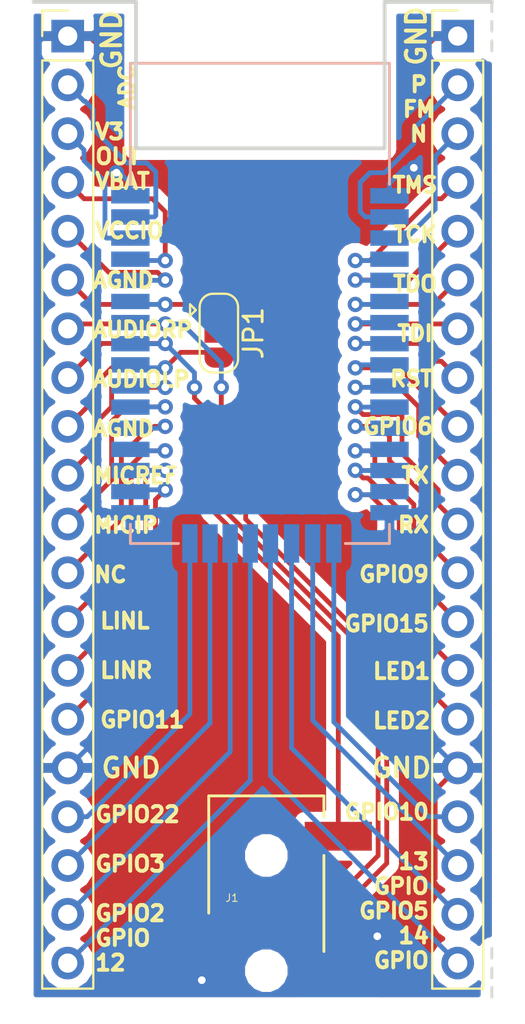
<source format=kicad_pcb>
(kicad_pcb (version 20171130) (host pcbnew 5.0.0-rc2-dev-unknown-5d71153~64~ubuntu16.04.1)

  (general
    (thickness 1.6)
    (drawings 28)
    (tracks 275)
    (zones 0)
    (modules 5)
    (nets 39)
  )

  (page A4)
  (layers
    (0 F.Cu signal)
    (31 B.Cu signal)
    (32 B.Adhes user)
    (33 F.Adhes user)
    (34 B.Paste user)
    (35 F.Paste user)
    (36 B.SilkS user)
    (37 F.SilkS user)
    (38 B.Mask user)
    (39 F.Mask user)
    (40 Dwgs.User user)
    (41 Cmts.User user)
    (42 Eco1.User user)
    (43 Eco2.User user)
    (44 Edge.Cuts user)
    (45 Margin user)
    (46 B.CrtYd user)
    (47 F.CrtYd user)
    (48 B.Fab user)
    (49 F.Fab user)
  )

  (setup
    (last_trace_width 0.25)
    (trace_clearance 0.2)
    (zone_clearance 0.508)
    (zone_45_only no)
    (trace_min 0.2)
    (segment_width 0.2)
    (edge_width 0.15)
    (via_size 0.8)
    (via_drill 0.4)
    (via_min_size 0.4)
    (via_min_drill 0.3)
    (uvia_size 0.3)
    (uvia_drill 0.1)
    (uvias_allowed no)
    (uvia_min_size 0.2)
    (uvia_min_drill 0.1)
    (pcb_text_width 0.3)
    (pcb_text_size 1.5 1.5)
    (mod_edge_width 0.15)
    (mod_text_size 1 1)
    (mod_text_width 0.15)
    (pad_size 1.524 1.524)
    (pad_drill 0.762)
    (pad_to_mask_clearance 0.2)
    (aux_axis_origin 0 0)
    (visible_elements FFFFFF7F)
    (pcbplotparams
      (layerselection 0x01030_ffffffff)
      (usegerberextensions false)
      (usegerberattributes false)
      (usegerberadvancedattributes false)
      (creategerberjobfile false)
      (excludeedgelayer true)
      (linewidth 0.050000)
      (plotframeref false)
      (viasonmask false)
      (mode 1)
      (useauxorigin false)
      (hpglpennumber 1)
      (hpglpenspeed 20)
      (hpglpendiameter 15)
      (psnegative false)
      (psa4output false)
      (plotreference true)
      (plotvalue true)
      (plotinvisibletext false)
      (padsonsilk false)
      (subtractmaskfromsilk false)
      (outputformat 5)
      (mirror false)
      (drillshape 0)
      (scaleselection 1)
      (outputdirectory PLOT/))
  )

  (net 0 "")
  (net 1 "Net-(CON1-Pad20)")
  (net 2 "Net-(CON1-Pad19)")
  (net 3 "Net-(CON1-Pad18)")
  (net 4 "Net-(CON1-Pad17)")
  (net 5 "Net-(CON1-Pad15)")
  (net 6 "Net-(CON1-Pad14)")
  (net 7 "Net-(CON1-Pad13)")
  (net 8 "Net-(CON1-Pad12)")
  (net 9 "Net-(CON1-Pad11)")
  (net 10 "Net-(CON1-Pad10)")
  (net 11 "Net-(CON1-Pad9)")
  (net 12 "Net-(CON1-Pad8)")
  (net 13 "Net-(CON1-Pad7)")
  (net 14 "Net-(CON1-Pad6)")
  (net 15 "Net-(CON1-Pad5)")
  (net 16 "Net-(CON1-Pad4)")
  (net 17 "Net-(CON1-Pad3)")
  (net 18 "Net-(CON1-Pad2)")
  (net 19 "Net-(CON2-Pad2)")
  (net 20 "Net-(CON2-Pad3)")
  (net 21 "Net-(CON2-Pad4)")
  (net 22 "Net-(CON2-Pad5)")
  (net 23 "Net-(CON2-Pad6)")
  (net 24 "Net-(CON2-Pad7)")
  (net 25 "Net-(CON2-Pad8)")
  (net 26 "Net-(CON2-Pad9)")
  (net 27 "Net-(CON2-Pad10)")
  (net 28 "Net-(CON2-Pad11)")
  (net 29 "Net-(CON2-Pad12)")
  (net 30 "Net-(CON2-Pad13)")
  (net 31 "Net-(CON2-Pad14)")
  (net 32 "Net-(CON2-Pad15)")
  (net 33 "Net-(CON2-Pad17)")
  (net 34 "Net-(CON2-Pad18)")
  (net 35 "Net-(CON2-Pad19)")
  (net 36 "Net-(CON2-Pad20)")
  (net 37 "Net-(J1-Pad1)")
  (net 38 GND)

  (net_class Default "This is the default net class."
    (clearance 0.2)
    (trace_width 0.25)
    (via_dia 0.8)
    (via_drill 0.4)
    (uvia_dia 0.3)
    (uvia_drill 0.1)
    (add_net GND)
    (add_net "Net-(CON1-Pad10)")
    (add_net "Net-(CON1-Pad11)")
    (add_net "Net-(CON1-Pad12)")
    (add_net "Net-(CON1-Pad13)")
    (add_net "Net-(CON1-Pad14)")
    (add_net "Net-(CON1-Pad15)")
    (add_net "Net-(CON1-Pad17)")
    (add_net "Net-(CON1-Pad18)")
    (add_net "Net-(CON1-Pad19)")
    (add_net "Net-(CON1-Pad2)")
    (add_net "Net-(CON1-Pad20)")
    (add_net "Net-(CON1-Pad3)")
    (add_net "Net-(CON1-Pad4)")
    (add_net "Net-(CON1-Pad5)")
    (add_net "Net-(CON1-Pad6)")
    (add_net "Net-(CON1-Pad7)")
    (add_net "Net-(CON1-Pad8)")
    (add_net "Net-(CON1-Pad9)")
    (add_net "Net-(CON2-Pad10)")
    (add_net "Net-(CON2-Pad11)")
    (add_net "Net-(CON2-Pad12)")
    (add_net "Net-(CON2-Pad13)")
    (add_net "Net-(CON2-Pad14)")
    (add_net "Net-(CON2-Pad15)")
    (add_net "Net-(CON2-Pad17)")
    (add_net "Net-(CON2-Pad18)")
    (add_net "Net-(CON2-Pad19)")
    (add_net "Net-(CON2-Pad2)")
    (add_net "Net-(CON2-Pad20)")
    (add_net "Net-(CON2-Pad3)")
    (add_net "Net-(CON2-Pad4)")
    (add_net "Net-(CON2-Pad5)")
    (add_net "Net-(CON2-Pad6)")
    (add_net "Net-(CON2-Pad7)")
    (add_net "Net-(CON2-Pad8)")
    (add_net "Net-(CON2-Pad9)")
    (add_net "Net-(J1-Pad1)")
  )

  (module Pin_Headers:Pin_Header_Straight_1x20_Pitch2.54mm (layer F.Cu) (tedit 5A93FC77) (tstamp 5A835088)
    (at 194.818 42.418)
    (descr "Through hole straight pin header, 1x20, 2.54mm pitch, single row")
    (tags "Through hole pin header THT 1x20 2.54mm single row")
    (path /5A847A68)
    (fp_text reference CON1 (at 0 -2.33) (layer F.SilkS) hide
      (effects (font (size 1 1) (thickness 0.15)))
    )
    (fp_text value CONN_20 (at 0 50.59) (layer F.Fab)
      (effects (font (size 1 1) (thickness 0.15)))
    )
    (fp_text user %R (at 0 24.13 90) (layer F.Fab)
      (effects (font (size 1 1) (thickness 0.15)))
    )
    (fp_line (start 1.8 -1.8) (end -1.8 -1.8) (layer F.CrtYd) (width 0.05))
    (fp_line (start 1.8 50.05) (end 1.8 -1.8) (layer F.CrtYd) (width 0.05))
    (fp_line (start -1.8 50.05) (end 1.8 50.05) (layer F.CrtYd) (width 0.05))
    (fp_line (start -1.8 -1.8) (end -1.8 50.05) (layer F.CrtYd) (width 0.05))
    (fp_line (start -1.33 -1.33) (end 0 -1.33) (layer F.SilkS) (width 0.12))
    (fp_line (start -1.33 0) (end -1.33 -1.33) (layer F.SilkS) (width 0.12))
    (fp_line (start -1.33 1.27) (end 1.33 1.27) (layer F.SilkS) (width 0.12))
    (fp_line (start 1.33 1.27) (end 1.33 49.59) (layer F.SilkS) (width 0.12))
    (fp_line (start -1.33 1.27) (end -1.33 49.59) (layer F.SilkS) (width 0.12))
    (fp_line (start -1.33 49.59) (end 1.33 49.59) (layer F.SilkS) (width 0.12))
    (fp_line (start -1.27 -0.635) (end -0.635 -1.27) (layer F.Fab) (width 0.1))
    (fp_line (start -1.27 49.53) (end -1.27 -0.635) (layer F.Fab) (width 0.1))
    (fp_line (start 1.27 49.53) (end -1.27 49.53) (layer F.Fab) (width 0.1))
    (fp_line (start 1.27 -1.27) (end 1.27 49.53) (layer F.Fab) (width 0.1))
    (fp_line (start -0.635 -1.27) (end 1.27 -1.27) (layer F.Fab) (width 0.1))
    (pad 20 thru_hole oval (at 0 48.26) (size 1.7 1.7) (drill 1) (layers *.Cu *.Mask)
      (net 1 "Net-(CON1-Pad20)"))
    (pad 19 thru_hole oval (at 0 45.72) (size 1.7 1.7) (drill 1) (layers *.Cu *.Mask)
      (net 2 "Net-(CON1-Pad19)"))
    (pad 18 thru_hole oval (at 0 43.18) (size 1.7 1.7) (drill 1) (layers *.Cu *.Mask)
      (net 3 "Net-(CON1-Pad18)"))
    (pad 17 thru_hole oval (at 0 40.64) (size 1.7 1.7) (drill 1) (layers *.Cu *.Mask)
      (net 4 "Net-(CON1-Pad17)"))
    (pad 16 thru_hole oval (at 0 38.1) (size 1.7 1.7) (drill 1) (layers *.Cu *.Mask)
      (net 38 GND))
    (pad 15 thru_hole oval (at 0 35.56) (size 1.7 1.7) (drill 1) (layers *.Cu *.Mask)
      (net 5 "Net-(CON1-Pad15)"))
    (pad 14 thru_hole oval (at 0 33.02) (size 1.7 1.7) (drill 1) (layers *.Cu *.Mask)
      (net 6 "Net-(CON1-Pad14)"))
    (pad 13 thru_hole oval (at 0 30.48) (size 1.7 1.7) (drill 1) (layers *.Cu *.Mask)
      (net 7 "Net-(CON1-Pad13)"))
    (pad 12 thru_hole oval (at 0 27.94) (size 1.7 1.7) (drill 1) (layers *.Cu *.Mask)
      (net 8 "Net-(CON1-Pad12)"))
    (pad 11 thru_hole oval (at 0 25.4) (size 1.7 1.7) (drill 1) (layers *.Cu *.Mask)
      (net 9 "Net-(CON1-Pad11)"))
    (pad 10 thru_hole oval (at 0 22.86) (size 1.7 1.7) (drill 1) (layers *.Cu *.Mask)
      (net 10 "Net-(CON1-Pad10)"))
    (pad 9 thru_hole oval (at 0 20.32) (size 1.7 1.7) (drill 1) (layers *.Cu *.Mask)
      (net 11 "Net-(CON1-Pad9)"))
    (pad 8 thru_hole oval (at 0 17.78) (size 1.7 1.7) (drill 1) (layers *.Cu *.Mask)
      (net 12 "Net-(CON1-Pad8)"))
    (pad 7 thru_hole oval (at 0 15.24) (size 1.7 1.7) (drill 1) (layers *.Cu *.Mask)
      (net 13 "Net-(CON1-Pad7)"))
    (pad 6 thru_hole oval (at 0 12.7) (size 1.7 1.7) (drill 1) (layers *.Cu *.Mask)
      (net 14 "Net-(CON1-Pad6)"))
    (pad 5 thru_hole oval (at 0 10.16) (size 1.7 1.7) (drill 1) (layers *.Cu *.Mask)
      (net 15 "Net-(CON1-Pad5)"))
    (pad 4 thru_hole oval (at 0 7.62) (size 1.7 1.7) (drill 1) (layers *.Cu *.Mask)
      (net 16 "Net-(CON1-Pad4)"))
    (pad 3 thru_hole oval (at 0 5.08) (size 1.7 1.7) (drill 1) (layers *.Cu *.Mask)
      (net 17 "Net-(CON1-Pad3)"))
    (pad 2 thru_hole oval (at 0 2.54) (size 1.7 1.7) (drill 1) (layers *.Cu *.Mask)
      (net 18 "Net-(CON1-Pad2)"))
    (pad 1 thru_hole rect (at 0 0) (size 1.7 1.7) (drill 1) (layers *.Cu *.Mask)
      (net 38 GND))
    (model ${KISYS3DMOD}/Pin_Headers.3dshapes/Pin_Header_Straight_1x20_Pitch2.54mm.wrl
      (at (xyz 0 0 0))
      (scale (xyz 1 1 1))
      (rotate (xyz 0 0 0))
    )
  )

  (module Pin_Headers:Pin_Header_Straight_1x20_Pitch2.54mm (layer F.Cu) (tedit 5A93FC74) (tstamp 5A8350B0)
    (at 174.498 42.418)
    (descr "Through hole straight pin header, 1x20, 2.54mm pitch, single row")
    (tags "Through hole pin header THT 1x20 2.54mm single row")
    (path /5A84AD5B)
    (fp_text reference CON2 (at 0 -2.33) (layer F.SilkS) hide
      (effects (font (size 1 1) (thickness 0.15)))
    )
    (fp_text value CONN_20 (at 0 50.59) (layer F.Fab)
      (effects (font (size 1 1) (thickness 0.15)))
    )
    (fp_line (start -0.635 -1.27) (end 1.27 -1.27) (layer F.Fab) (width 0.1))
    (fp_line (start 1.27 -1.27) (end 1.27 49.53) (layer F.Fab) (width 0.1))
    (fp_line (start 1.27 49.53) (end -1.27 49.53) (layer F.Fab) (width 0.1))
    (fp_line (start -1.27 49.53) (end -1.27 -0.635) (layer F.Fab) (width 0.1))
    (fp_line (start -1.27 -0.635) (end -0.635 -1.27) (layer F.Fab) (width 0.1))
    (fp_line (start -1.33 49.59) (end 1.33 49.59) (layer F.SilkS) (width 0.12))
    (fp_line (start -1.33 1.27) (end -1.33 49.59) (layer F.SilkS) (width 0.12))
    (fp_line (start 1.33 1.27) (end 1.33 49.59) (layer F.SilkS) (width 0.12))
    (fp_line (start -1.33 1.27) (end 1.33 1.27) (layer F.SilkS) (width 0.12))
    (fp_line (start -1.33 0) (end -1.33 -1.33) (layer F.SilkS) (width 0.12))
    (fp_line (start -1.33 -1.33) (end 0 -1.33) (layer F.SilkS) (width 0.12))
    (fp_line (start -1.8 -1.8) (end -1.8 50.05) (layer F.CrtYd) (width 0.05))
    (fp_line (start -1.8 50.05) (end 1.8 50.05) (layer F.CrtYd) (width 0.05))
    (fp_line (start 1.8 50.05) (end 1.8 -1.8) (layer F.CrtYd) (width 0.05))
    (fp_line (start 1.8 -1.8) (end -1.8 -1.8) (layer F.CrtYd) (width 0.05))
    (fp_text user %R (at 0 24.13 90) (layer F.Fab)
      (effects (font (size 1 1) (thickness 0.15)))
    )
    (pad 1 thru_hole rect (at 0 0) (size 1.7 1.7) (drill 1) (layers *.Cu *.Mask)
      (net 38 GND))
    (pad 2 thru_hole oval (at 0 2.54) (size 1.7 1.7) (drill 1) (layers *.Cu *.Mask)
      (net 19 "Net-(CON2-Pad2)"))
    (pad 3 thru_hole oval (at 0 5.08) (size 1.7 1.7) (drill 1) (layers *.Cu *.Mask)
      (net 20 "Net-(CON2-Pad3)"))
    (pad 4 thru_hole oval (at 0 7.62) (size 1.7 1.7) (drill 1) (layers *.Cu *.Mask)
      (net 21 "Net-(CON2-Pad4)"))
    (pad 5 thru_hole oval (at 0 10.16) (size 1.7 1.7) (drill 1) (layers *.Cu *.Mask)
      (net 22 "Net-(CON2-Pad5)"))
    (pad 6 thru_hole oval (at 0 12.7) (size 1.7 1.7) (drill 1) (layers *.Cu *.Mask)
      (net 23 "Net-(CON2-Pad6)"))
    (pad 7 thru_hole oval (at 0 15.24) (size 1.7 1.7) (drill 1) (layers *.Cu *.Mask)
      (net 24 "Net-(CON2-Pad7)"))
    (pad 8 thru_hole oval (at 0 17.78) (size 1.7 1.7) (drill 1) (layers *.Cu *.Mask)
      (net 25 "Net-(CON2-Pad8)"))
    (pad 9 thru_hole oval (at 0 20.32) (size 1.7 1.7) (drill 1) (layers *.Cu *.Mask)
      (net 26 "Net-(CON2-Pad9)"))
    (pad 10 thru_hole oval (at 0 22.86) (size 1.7 1.7) (drill 1) (layers *.Cu *.Mask)
      (net 27 "Net-(CON2-Pad10)"))
    (pad 11 thru_hole oval (at 0 25.4) (size 1.7 1.7) (drill 1) (layers *.Cu *.Mask)
      (net 28 "Net-(CON2-Pad11)"))
    (pad 12 thru_hole oval (at 0 27.94) (size 1.7 1.7) (drill 1) (layers *.Cu *.Mask)
      (net 29 "Net-(CON2-Pad12)"))
    (pad 13 thru_hole oval (at 0 30.48) (size 1.7 1.7) (drill 1) (layers *.Cu *.Mask)
      (net 30 "Net-(CON2-Pad13)"))
    (pad 14 thru_hole oval (at 0 33.02) (size 1.7 1.7) (drill 1) (layers *.Cu *.Mask)
      (net 31 "Net-(CON2-Pad14)"))
    (pad 15 thru_hole oval (at 0 35.56) (size 1.7 1.7) (drill 1) (layers *.Cu *.Mask)
      (net 32 "Net-(CON2-Pad15)"))
    (pad 16 thru_hole oval (at 0 38.1) (size 1.7 1.7) (drill 1) (layers *.Cu *.Mask)
      (net 38 GND))
    (pad 17 thru_hole oval (at 0 40.64) (size 1.7 1.7) (drill 1) (layers *.Cu *.Mask)
      (net 33 "Net-(CON2-Pad17)"))
    (pad 18 thru_hole oval (at 0 43.18) (size 1.7 1.7) (drill 1) (layers *.Cu *.Mask)
      (net 34 "Net-(CON2-Pad18)"))
    (pad 19 thru_hole oval (at 0 45.72) (size 1.7 1.7) (drill 1) (layers *.Cu *.Mask)
      (net 35 "Net-(CON2-Pad19)"))
    (pad 20 thru_hole oval (at 0 48.26) (size 1.7 1.7) (drill 1) (layers *.Cu *.Mask)
      (net 36 "Net-(CON2-Pad20)"))
    (model ${KISYS3DMOD}/Pin_Headers.3dshapes/Pin_Header_Straight_1x20_Pitch2.54mm.wrl
      (at (xyz 0 0 0))
      (scale (xyz 1 1 1))
      (rotate (xyz 0 0 0))
    )
  )

  (module jacks:3.5mm_stereo_jack_PJ320B_no_up_silkscreen (layer F.Cu) (tedit 56E198F1) (tstamp 5A93E4A7)
    (at 184.845 91.074 180)
    (path /5A85FD91)
    (fp_text reference J1 (at 1.79 3.79 180) (layer F.SilkS)
      (effects (font (size 0.39878 0.39878) (thickness 0.0508)))
    )
    (fp_text value Jack_3.5mm_5pin (at 0.14 3.88 270) (layer F.SilkS) hide
      (effects (font (size 1.524 1.524) (thickness 0.3048)))
    )
    (fp_line (start -3 1) (end -3 6) (layer F.SilkS) (width 0.15))
    (fp_line (start -3 9.1) (end -3 8) (layer F.SilkS) (width 0.15))
    (fp_line (start 3 9.1) (end -3 9.1) (layer F.SilkS) (width 0.15))
    (fp_line (start 3 3) (end 3 9.1) (layer F.SilkS) (width 0.15))
    (pad "" np_thru_hole circle (at 0 0 180) (size 1.2 1.2) (drill 1.2) (layers *.Cu *.Mask F.SilkS))
    (pad 1 smd rect (at -3.75 0 180) (size 3.5 1.5) (layers F.Cu F.Paste F.Mask)
      (net 37 "Net-(J1-Pad1)"))
    (pad 2 smd rect (at 3.75 2 180) (size 3.5 1.5) (layers F.Cu F.Paste F.Mask)
      (net 24 "Net-(CON2-Pad7)"))
    (pad 5 smd rect (at -3.75 7 180) (size 3.5 1.5) (layers F.Cu F.Paste F.Mask)
      (net 25 "Net-(CON2-Pad8)"))
    (pad "" np_thru_hole circle (at 0 6 180) (size 1.2 1.2) (drill 1.2) (layers *.Cu *.Mask F.SilkS))
  )

  (module Jumper:SolderJumper-3_P1.3mm_Open_RoundedPad1.0x1.5mm (layer F.Cu) (tedit 5A3F8C1A) (tstamp 5A8350D5)
    (at 182.372 57.882 270)
    (descr "SMD Solder 3-pad Jumper, 1x1.5mm rounded Pads, 0.3mm gap, open")
    (tags "solder jumper open")
    (path /5A858E5B)
    (attr virtual)
    (fp_text reference JP1 (at 0 -1.8 270) (layer F.SilkS)
      (effects (font (size 1 1) (thickness 0.15)))
    )
    (fp_text value JUMPER3 (at 0 1.9 270) (layer F.Fab)
      (effects (font (size 1 1) (thickness 0.15)))
    )
    (fp_line (start -1.2 1.2) (end -0.9 1.5) (layer F.SilkS) (width 0.12))
    (fp_line (start -1.5 1.5) (end -0.9 1.5) (layer F.SilkS) (width 0.12))
    (fp_line (start -1.2 1.2) (end -1.5 1.5) (layer F.SilkS) (width 0.12))
    (fp_line (start -2.05 0.3) (end -2.05 -0.3) (layer F.SilkS) (width 0.12))
    (fp_line (start 1.4 1) (end -1.4 1) (layer F.SilkS) (width 0.12))
    (fp_line (start 2.05 -0.3) (end 2.05 0.3) (layer F.SilkS) (width 0.12))
    (fp_line (start -1.4 -1) (end 1.4 -1) (layer F.SilkS) (width 0.12))
    (fp_line (start -2.3 -1.25) (end 2.3 -1.25) (layer F.CrtYd) (width 0.05))
    (fp_line (start -2.3 -1.25) (end -2.3 1.25) (layer F.CrtYd) (width 0.05))
    (fp_line (start 2.3 1.25) (end 2.3 -1.25) (layer F.CrtYd) (width 0.05))
    (fp_line (start 2.3 1.25) (end -2.3 1.25) (layer F.CrtYd) (width 0.05))
    (fp_arc (start 1.35 -0.3) (end 2.05 -0.3) (angle -90) (layer F.SilkS) (width 0.12))
    (fp_arc (start 1.35 0.3) (end 1.35 1) (angle -90) (layer F.SilkS) (width 0.12))
    (fp_arc (start -1.35 0.3) (end -2.05 0.3) (angle -90) (layer F.SilkS) (width 0.12))
    (fp_arc (start -1.35 -0.3) (end -1.35 -1) (angle -90) (layer F.SilkS) (width 0.12))
    (pad 1 smd roundrect (at -1.3 0 270) (size 1 1.5) (layers F.Cu F.Mask)(roundrect_rratio 0.5)
      (net 23 "Net-(CON2-Pad6)"))
    (pad 1 smd rect (at -1 0 270) (size 0.5 1.5) (layers F.Cu F.Mask)
      (net 23 "Net-(CON2-Pad6)"))
    (pad 2 smd rect (at 0 0 270) (size 1 1.5) (layers F.Cu F.Mask)
      (net 37 "Net-(J1-Pad1)"))
    (pad 3 smd roundrect (at 1.3 0 270) (size 1 1.5) (layers F.Cu F.Mask)(roundrect_rratio 0.5)
      (net 26 "Net-(CON2-Pad9)"))
    (pad 3 smd rect (at 1 0 270) (size 0.5 1.5) (layers F.Cu F.Mask)
      (net 26 "Net-(CON2-Pad9)"))
  )

  (module modules:F-6888 (layer B.Cu) (tedit 59B2744F) (tstamp 5A93FE08)
    (at 191.262 68.834 180)
    (path /5A8480CC)
    (fp_text reference U1 (at 6.95 2.25 180) (layer B.SilkS) hide
      (effects (font (size 1 1) (thickness 0.15)) (justify mirror))
    )
    (fp_text value F-6888 (at 6.8 4.35 180) (layer B.Fab) hide
      (effects (font (size 1 1) (thickness 0.15)) (justify mirror))
    )
    (fp_line (start 0 0) (end 0 1) (layer B.SilkS) (width 0.15))
    (fp_line (start 0 0) (end 2.3 0) (layer B.SilkS) (width 0.15))
    (fp_line (start 11 0) (end 13.5 0) (layer B.SilkS) (width 0.15))
    (fp_line (start 13.5 0) (end 13.5 1) (layer B.SilkS) (width 0.15))
    (fp_line (start 13.5 18.7) (end 13.5 25) (layer B.SilkS) (width 0.15))
    (fp_line (start 13.5 25) (end 0 25) (layer B.SilkS) (width 0.15))
    (fp_line (start 0 25) (end 0 18.7) (layer B.SilkS) (width 0.15))
    (pad 15 smd rect (at 0 2.7 180) (size 2 0.8) (layers B.Cu B.Paste B.Mask)
      (net 5 "Net-(CON1-Pad15)"))
    (pad 14 smd rect (at 0 3.8 180) (size 2 0.8) (layers B.Cu B.Paste B.Mask)
      (net 6 "Net-(CON1-Pad14)"))
    (pad 13 smd rect (at 0 4.9 180) (size 2 0.8) (layers B.Cu B.Paste B.Mask)
      (net 7 "Net-(CON1-Pad13)"))
    (pad 12 smd rect (at 0 6 180) (size 2 0.8) (layers B.Cu B.Paste B.Mask)
      (net 8 "Net-(CON1-Pad12)"))
    (pad 11 smd rect (at 0 7.1 180) (size 2 0.8) (layers B.Cu B.Paste B.Mask)
      (net 9 "Net-(CON1-Pad11)"))
    (pad 10 smd rect (at 0 8.2 180) (size 2 0.8) (layers B.Cu B.Paste B.Mask)
      (net 10 "Net-(CON1-Pad10)"))
    (pad 9 smd rect (at 0 9.3 180) (size 2 0.8) (layers B.Cu B.Paste B.Mask)
      (net 11 "Net-(CON1-Pad9)"))
    (pad 5 smd rect (at 0 13.7 180) (size 2 0.8) (layers B.Cu B.Paste B.Mask)
      (net 15 "Net-(CON1-Pad5)"))
    (pad 3 smd rect (at 0 15.9 180) (size 2 0.8) (layers B.Cu B.Paste B.Mask)
      (net 17 "Net-(CON1-Pad3)"))
    (pad 6 smd rect (at 0 12.6 180) (size 2 0.8) (layers B.Cu B.Paste B.Mask)
      (net 14 "Net-(CON1-Pad6)"))
    (pad 8 smd rect (at 0 10.4 180) (size 2 0.8) (layers B.Cu B.Paste B.Mask)
      (net 12 "Net-(CON1-Pad8)"))
    (pad 7 smd rect (at 0 11.5 180) (size 2 0.8) (layers B.Cu B.Paste B.Mask)
      (net 13 "Net-(CON1-Pad7)"))
    (pad 2 smd rect (at 0 17 180) (size 2 0.8) (layers B.Cu B.Paste B.Mask)
      (net 18 "Net-(CON1-Pad2)"))
    (pad 16 smd rect (at 0 1.6 180) (size 2 0.8) (layers B.Cu B.Paste B.Mask)
      (net 38 GND))
    (pad 1 smd rect (at 0 18.1 180) (size 2 0.8) (layers B.Cu B.Paste B.Mask)
      (net 38 GND))
    (pad 4 smd rect (at 0 14.8 180) (size 2 0.8) (layers B.Cu B.Paste B.Mask)
      (net 16 "Net-(CON1-Pad4)"))
    (pad 36 smd rect (at 13.5 13.7 180) (size 2 0.8) (layers B.Cu B.Paste B.Mask)
      (net 22 "Net-(CON2-Pad5)"))
    (pad 26 smd rect (at 13.5 2.7 180) (size 2 0.8) (layers B.Cu B.Paste B.Mask)
      (net 32 "Net-(CON2-Pad15)"))
    (pad 32 smd rect (at 13.5 9.3 180) (size 2 0.8) (layers B.Cu B.Paste B.Mask)
      (net 26 "Net-(CON2-Pad9)"))
    (pad 31 smd rect (at 13.5 8.2 180) (size 2 0.8) (layers B.Cu B.Paste B.Mask)
      (net 27 "Net-(CON2-Pad10)"))
    (pad 38 smd rect (at 13.5 15.9 180) (size 2 0.8) (layers B.Cu B.Paste B.Mask)
      (net 20 "Net-(CON2-Pad3)"))
    (pad 34 smd rect (at 13.5 11.5 180) (size 2 0.8) (layers B.Cu B.Paste B.Mask)
      (net 24 "Net-(CON2-Pad7)"))
    (pad 25 smd rect (at 13.5 1.6 180) (size 2 0.8) (layers B.Cu B.Paste B.Mask)
      (net 38 GND))
    (pad 39 smd rect (at 13.5 17 180) (size 2 0.8) (layers B.Cu B.Paste B.Mask)
      (net 19 "Net-(CON2-Pad2)"))
    (pad 33 smd rect (at 13.5 10.4 180) (size 2 0.8) (layers B.Cu B.Paste B.Mask)
      (net 25 "Net-(CON2-Pad8)"))
    (pad 29 smd rect (at 13.5 6 180) (size 2 0.8) (layers B.Cu B.Paste B.Mask)
      (net 29 "Net-(CON2-Pad12)"))
    (pad 27 smd rect (at 13.5 3.8 180) (size 2 0.8) (layers B.Cu B.Paste B.Mask)
      (net 31 "Net-(CON2-Pad14)"))
    (pad 28 smd rect (at 13.5 4.9 180) (size 2 0.8) (layers B.Cu B.Paste B.Mask)
      (net 30 "Net-(CON2-Pad13)"))
    (pad 35 smd rect (at 13.5 12.6 180) (size 2 0.8) (layers B.Cu B.Paste B.Mask)
      (net 23 "Net-(CON2-Pad6)"))
    (pad 37 smd rect (at 13.5 14.8 180) (size 2 0.8) (layers B.Cu B.Paste B.Mask)
      (net 21 "Net-(CON2-Pad4)"))
    (pad 40 smd rect (at 13.5 18.1 180) (size 2 0.8) (layers B.Cu B.Paste B.Mask)
      (net 38 GND))
    (pad 30 smd rect (at 13.5 7.1 180) (size 2 0.8) (layers B.Cu B.Paste B.Mask)
      (net 28 "Net-(CON2-Pad11)"))
    (pad 17 smd rect (at 2.9 0 180) (size 0.8 2) (layers B.Cu B.Paste B.Mask)
      (net 4 "Net-(CON1-Pad17)"))
    (pad 18 smd rect (at 4 0 180) (size 0.8 2) (layers B.Cu B.Paste B.Mask)
      (net 3 "Net-(CON1-Pad18)"))
    (pad 19 smd rect (at 5.1 0 180) (size 0.8 2) (layers B.Cu B.Paste B.Mask)
      (net 2 "Net-(CON1-Pad19)"))
    (pad 20 smd rect (at 6.2 0 180) (size 0.8 2) (layers B.Cu B.Paste B.Mask)
      (net 1 "Net-(CON1-Pad20)"))
    (pad 24 smd rect (at 10.399996 0 180) (size 0.8 2) (layers B.Cu B.Paste B.Mask)
      (net 33 "Net-(CON2-Pad17)"))
    (pad 23 smd rect (at 9.35 0 180) (size 0.8 2) (layers B.Cu B.Paste B.Mask)
      (net 34 "Net-(CON2-Pad18)"))
    (pad 21 smd rect (at 7.25 0 180) (size 0.8 2) (layers B.Cu B.Paste B.Mask)
      (net 36 "Net-(CON2-Pad20)"))
    (pad 22 smd rect (at 8.3 0 180) (size 0.8 2) (layers B.Cu B.Paste B.Mask)
      (net 35 "Net-(CON2-Pad19)"))
  )

  (gr_text ADC (at 177.6095 45.085 90) (layer F.SilkS)
    (effects (font (size 0.8 0.8) (thickness 0.2)))
  )
  (gr_line (start 196.596 90.424) (end 196.596 89.916) (layer Edge.Cuts) (width 0.15))
  (gr_line (start 196.596 91.44) (end 196.596 90.932) (layer Edge.Cuts) (width 0.15))
  (gr_line (start 196.596 92.456) (end 196.596 91.948) (layer Edge.Cuts) (width 0.15))
  (gr_line (start 196.596 42.672) (end 196.596 43.18) (layer Edge.Cuts) (width 0.15))
  (gr_line (start 196.596 41.656) (end 196.596 42.164) (layer Edge.Cuts) (width 0.15))
  (gr_line (start 196.596 40.64) (end 196.596 41.148) (layer Edge.Cuts) (width 0.15))
  (gr_text "GPIO22\n\nGPIO3\n\nGPIO2\nGPIO\n12" (at 175.8315 86.8045) (layer F.SilkS)
    (effects (font (size 0.8 0.8) (thickness 0.2)) (justify left))
  )
  (gr_text "LINL\n\nLINR\n\nGPIO11" (at 176.0855 75.438) (layer F.SilkS)
    (effects (font (size 0.8 0.8) (thickness 0.2)) (justify left))
  )
  (gr_text "MICREF\n\nMICIP\n\nNC" (at 175.768 67.8815) (layer F.SilkS)
    (effects (font (size 0.8 0.8) (thickness 0.2)) (justify left))
  )
  (gr_text "AGND\n\nAUDIORP\n\nAUDIOLP\n\nAGND" (at 175.7045 58.9915) (layer F.SilkS)
    (effects (font (size 0.8 0.8) (thickness 0.2)) (justify left))
  )
  (gr_text "V3\nOUT\nVBAT\n\nVCCIO" (at 175.8315 49.9745) (layer F.SilkS)
    (effects (font (size 0.8 0.8) (thickness 0.2)) (justify left))
  )
  (gr_text "GPIO10\n\n13\nGPIO\nGPIO5\n14\nGPIO" (at 193.421 86.6775) (layer F.SilkS)
    (effects (font (size 0.8 0.8) (thickness 0.2)) (justify right))
  )
  (gr_text "LED1\n\nLED2" (at 191.897 76.7715) (layer F.SilkS)
    (effects (font (size 0.8 0.8) (thickness 0.2)))
  )
  (gr_text "TX\n\nRX\n\nGPIO9\n\nGPIO15" (at 193.421 69.1515) (layer F.SilkS)
    (effects (font (size 0.8 0.8) (thickness 0.2)) (justify right))
  )
  (gr_text "TMS\n\nTCK\n\nTDO\n\nTDI" (at 192.5955 54.0385) (layer F.SilkS)
    (effects (font (size 0.8 0.8) (thickness 0.2)))
  )
  (gr_text "P\nFM\nN" (at 192.786 46.228) (layer F.SilkS)
    (effects (font (size 0.8 0.8) (thickness 0.2)))
  )
  (gr_text GPIO6 (at 191.7065 62.738) (layer F.SilkS)
    (effects (font (size 0.8 0.8) (thickness 0.2)))
  )
  (gr_text RST (at 192.405 60.2615) (layer F.SilkS)
    (effects (font (size 0.8 0.8) (thickness 0.2)))
  )
  (gr_text GND (at 191.897 80.518) (layer F.SilkS) (tstamp 5A93FCCA)
    (effects (font (size 1 1) (thickness 0.2)))
  )
  (gr_text GND (at 177.8 80.518) (layer F.SilkS) (tstamp 5A93FCC8)
    (effects (font (size 1 1) (thickness 0.2)))
  )
  (gr_text GND (at 176.784 42.6085 90) (layer F.SilkS) (tstamp 5A93FCC6)
    (effects (font (size 1 1) (thickness 0.2)))
  )
  (gr_text GND (at 192.659 42.418 90) (layer F.SilkS)
    (effects (font (size 1 1) (thickness 0.2)))
  )
  (gr_line (start 191.008 40.64) (end 196.596 40.64) (layer Edge.Cuts) (width 0.2))
  (gr_line (start 178.054 40.64) (end 172.72 40.64) (layer Edge.Cuts) (width 0.2))
  (gr_line (start 191.008 48.26) (end 191.008 40.64) (layer Edge.Cuts) (width 0.2))
  (gr_line (start 178.054 48.26) (end 191.008 48.26) (layer Edge.Cuts) (width 0.2))
  (gr_line (start 178.054 40.64) (end 178.054 48.26) (layer Edge.Cuts) (width 0.2))

  (segment (start 185.062 68.834) (end 185.062 80.922) (width 0.25) (layer B.Cu) (net 1))
  (segment (start 185.062 80.922) (end 194.818 90.678) (width 0.25) (layer B.Cu) (net 1))
  (segment (start 186.162 68.834) (end 186.162 79.482) (width 0.25) (layer B.Cu) (net 2))
  (segment (start 186.162 79.482) (end 194.818 88.138) (width 0.25) (layer B.Cu) (net 2))
  (segment (start 187.262 68.834) (end 187.262 78.042) (width 0.25) (layer B.Cu) (net 3))
  (segment (start 187.262 78.042) (end 194.818 85.598) (width 0.25) (layer B.Cu) (net 3))
  (segment (start 188.362 68.834) (end 188.362 78.126) (width 0.25) (layer B.Cu) (net 4))
  (segment (start 188.362 78.126) (end 193.294 83.058) (width 0.25) (layer B.Cu) (net 4))
  (segment (start 193.294 83.058) (end 194.818 83.058) (width 0.25) (layer B.Cu) (net 4))
  (segment (start 189.484 66.294) (end 191.102 66.294) (width 0.25) (layer B.Cu) (net 5))
  (segment (start 191.102 66.294) (end 191.262 66.134) (width 0.25) (layer B.Cu) (net 5))
  (segment (start 191.262 67.31) (end 190.246 66.294) (width 0.25) (layer F.Cu) (net 5))
  (segment (start 190.246 66.294) (end 189.484 66.294) (width 0.25) (layer F.Cu) (net 5))
  (via (at 189.484 66.294) (size 0.8) (drill 0.4) (layers F.Cu B.Cu) (net 5))
  (segment (start 191.262 68.072) (end 191.262 67.31) (width 0.25) (layer F.Cu) (net 5))
  (segment (start 191.319991 68.129991) (end 191.262 68.072) (width 0.25) (layer F.Cu) (net 5))
  (segment (start 194.818 77.978) (end 191.319991 74.479991) (width 0.25) (layer F.Cu) (net 5))
  (segment (start 191.319991 74.479991) (end 191.319991 68.129991) (width 0.25) (layer F.Cu) (net 5))
  (segment (start 191.77 67.056) (end 191.77 72.39) (width 0.25) (layer F.Cu) (net 6))
  (segment (start 191.77 72.39) (end 194.818 75.438) (width 0.25) (layer F.Cu) (net 6))
  (segment (start 190.137999 65.423999) (end 191.77 67.056) (width 0.25) (layer F.Cu) (net 6))
  (segment (start 189.484 65.024) (end 189.883999 65.423999) (width 0.25) (layer F.Cu) (net 6))
  (segment (start 189.883999 65.423999) (end 190.137999 65.423999) (width 0.25) (layer F.Cu) (net 6))
  (segment (start 191.262 65.034) (end 189.494 65.034) (width 0.25) (layer B.Cu) (net 6))
  (segment (start 189.494 65.034) (end 189.484 65.024) (width 0.25) (layer B.Cu) (net 6))
  (via (at 189.484 65.024) (size 0.8) (drill 0.4) (layers F.Cu B.Cu) (net 6))
  (segment (start 189.484 64.008) (end 191.188 64.008) (width 0.25) (layer B.Cu) (net 7))
  (segment (start 191.188 64.008) (end 191.262 63.934) (width 0.25) (layer B.Cu) (net 7))
  (segment (start 190.5 64.262) (end 190.246 64.008) (width 0.25) (layer F.Cu) (net 7))
  (via (at 189.484 64.008) (size 0.8) (drill 0.4) (layers F.Cu B.Cu) (net 7))
  (segment (start 190.246 64.008) (end 189.484 64.008) (width 0.25) (layer F.Cu) (net 7))
  (segment (start 190.5 64.77) (end 190.5 64.262) (width 0.25) (layer F.Cu) (net 7))
  (segment (start 192.532 66.802) (end 190.5 64.77) (width 0.25) (layer F.Cu) (net 7))
  (segment (start 192.532 70.612) (end 192.532 66.802) (width 0.25) (layer F.Cu) (net 7))
  (segment (start 194.818 72.898) (end 192.532 70.612) (width 0.25) (layer F.Cu) (net 7))
  (segment (start 191.262 64.516) (end 191.262 63.246) (width 0.25) (layer F.Cu) (net 8))
  (segment (start 193.04 66.294) (end 191.262 64.516) (width 0.25) (layer F.Cu) (net 8))
  (segment (start 194.818 70.358) (end 193.04 68.58) (width 0.25) (layer F.Cu) (net 8))
  (segment (start 193.04 68.58) (end 193.04 66.294) (width 0.25) (layer F.Cu) (net 8))
  (segment (start 191.262 63.246) (end 190.754 62.738) (width 0.25) (layer F.Cu) (net 8))
  (segment (start 190.754 62.738) (end 189.484 62.738) (width 0.25) (layer F.Cu) (net 8))
  (segment (start 191.262 62.834) (end 189.58 62.834) (width 0.25) (layer B.Cu) (net 8))
  (segment (start 189.58 62.834) (end 189.484 62.738) (width 0.25) (layer B.Cu) (net 8))
  (via (at 189.484 62.738) (size 0.8) (drill 0.4) (layers F.Cu B.Cu) (net 8))
  (segment (start 193.802 66.04) (end 193.802 66.802) (width 0.25) (layer F.Cu) (net 9))
  (segment (start 193.802 66.802) (end 194.818 67.818) (width 0.25) (layer F.Cu) (net 9))
  (segment (start 191.915999 64.153999) (end 193.802 66.04) (width 0.25) (layer F.Cu) (net 9))
  (segment (start 191.915999 62.121999) (end 191.915999 64.153999) (width 0.25) (layer F.Cu) (net 9))
  (segment (start 189.484 61.722) (end 189.883999 62.121999) (width 0.25) (layer F.Cu) (net 9))
  (segment (start 189.883999 62.121999) (end 191.915999 62.121999) (width 0.25) (layer F.Cu) (net 9))
  (segment (start 191.262 61.734) (end 189.496 61.734) (width 0.25) (layer B.Cu) (net 9))
  (segment (start 189.496 61.734) (end 189.484 61.722) (width 0.25) (layer B.Cu) (net 9))
  (via (at 189.484 61.722) (size 0.8) (drill 0.4) (layers F.Cu B.Cu) (net 9))
  (segment (start 189.484 60.706) (end 191.19 60.706) (width 0.25) (layer B.Cu) (net 10))
  (segment (start 191.19 60.706) (end 191.262 60.634) (width 0.25) (layer B.Cu) (net 10))
  (segment (start 192.786 61.722) (end 191.77 60.706) (width 0.25) (layer F.Cu) (net 10))
  (segment (start 191.77 60.706) (end 189.484 60.706) (width 0.25) (layer F.Cu) (net 10))
  (via (at 189.484 60.706) (size 0.8) (drill 0.4) (layers F.Cu B.Cu) (net 10))
  (segment (start 192.786 63.246) (end 192.786 61.722) (width 0.25) (layer F.Cu) (net 10))
  (segment (start 194.818 65.278) (end 192.786 63.246) (width 0.25) (layer F.Cu) (net 10))
  (segment (start 189.484 59.69) (end 191.77 59.69) (width 0.25) (layer F.Cu) (net 11))
  (segment (start 191.77 59.69) (end 194.818 62.738) (width 0.25) (layer F.Cu) (net 11))
  (segment (start 191.262 59.534) (end 189.64 59.534) (width 0.25) (layer B.Cu) (net 11))
  (segment (start 189.64 59.534) (end 189.484 59.69) (width 0.25) (layer B.Cu) (net 11))
  (via (at 189.484 59.69) (size 0.8) (drill 0.4) (layers F.Cu B.Cu) (net 11))
  (segment (start 189.484 58.42) (end 191.248 58.42) (width 0.25) (layer B.Cu) (net 12))
  (segment (start 191.248 58.42) (end 191.262 58.434) (width 0.25) (layer B.Cu) (net 12))
  (segment (start 193.714001 59.348001) (end 192.786 58.42) (width 0.25) (layer F.Cu) (net 12))
  (segment (start 192.786 58.42) (end 189.484 58.42) (width 0.25) (layer F.Cu) (net 12))
  (via (at 189.484 58.42) (size 0.8) (drill 0.4) (layers F.Cu B.Cu) (net 12))
  (segment (start 194.818 60.198) (end 193.968001 59.348001) (width 0.25) (layer F.Cu) (net 12))
  (segment (start 193.968001 59.348001) (end 193.714001 59.348001) (width 0.25) (layer F.Cu) (net 12))
  (segment (start 189.484 57.404) (end 194.564 57.404) (width 0.25) (layer F.Cu) (net 13))
  (segment (start 194.564 57.404) (end 194.818 57.658) (width 0.25) (layer F.Cu) (net 13))
  (segment (start 191.262 57.334) (end 189.554 57.334) (width 0.25) (layer B.Cu) (net 13))
  (segment (start 189.554 57.334) (end 189.484 57.404) (width 0.25) (layer B.Cu) (net 13))
  (via (at 189.484 57.404) (size 0.8) (drill 0.4) (layers F.Cu B.Cu) (net 13))
  (segment (start 189.484 56.388) (end 191.108 56.388) (width 0.25) (layer B.Cu) (net 14))
  (segment (start 191.108 56.388) (end 191.262 56.234) (width 0.25) (layer B.Cu) (net 14))
  (segment (start 194.818 55.118) (end 193.548 56.388) (width 0.25) (layer F.Cu) (net 14))
  (segment (start 193.548 56.388) (end 189.484 56.388) (width 0.25) (layer F.Cu) (net 14))
  (via (at 189.484 56.388) (size 0.8) (drill 0.4) (layers F.Cu B.Cu) (net 14))
  (segment (start 189.484 55.118) (end 192.278 55.118) (width 0.25) (layer F.Cu) (net 15))
  (segment (start 192.278 55.118) (end 194.818 52.578) (width 0.25) (layer F.Cu) (net 15))
  (segment (start 191.262 55.134) (end 189.5 55.134) (width 0.25) (layer B.Cu) (net 15))
  (segment (start 189.5 55.134) (end 189.484 55.118) (width 0.25) (layer B.Cu) (net 15))
  (via (at 189.484 55.118) (size 0.8) (drill 0.4) (layers F.Cu B.Cu) (net 15))
  (segment (start 189.484 54.102) (end 191.194 54.102) (width 0.25) (layer B.Cu) (net 16))
  (segment (start 191.194 54.102) (end 191.262 54.034) (width 0.25) (layer B.Cu) (net 16))
  (segment (start 193.460001 50.887999) (end 190.246 54.102) (width 0.25) (layer F.Cu) (net 16))
  (segment (start 190.246 54.102) (end 189.484 54.102) (width 0.25) (layer F.Cu) (net 16))
  (via (at 189.484 54.102) (size 0.8) (drill 0.4) (layers F.Cu B.Cu) (net 16))
  (segment (start 194.818 50.038) (end 193.968001 50.887999) (width 0.25) (layer F.Cu) (net 16))
  (segment (start 193.968001 50.887999) (end 193.460001 50.887999) (width 0.25) (layer F.Cu) (net 16))
  (segment (start 191.262 52.934) (end 192.147002 52.934) (width 0.25) (layer B.Cu) (net 17))
  (segment (start 192.147002 52.934) (end 193.642999 51.438003) (width 0.25) (layer B.Cu) (net 17))
  (segment (start 193.642999 51.438003) (end 193.642999 48.673001) (width 0.25) (layer B.Cu) (net 17))
  (segment (start 193.642999 48.673001) (end 193.968001 48.347999) (width 0.25) (layer B.Cu) (net 17))
  (segment (start 193.968001 48.347999) (end 194.818 47.498) (width 0.25) (layer B.Cu) (net 17))
  (segment (start 194.818 44.958) (end 192.532 47.244) (width 0.25) (layer B.Cu) (net 18))
  (segment (start 192.532 48.006) (end 192.532 47.244) (width 0.25) (layer B.Cu) (net 18))
  (segment (start 191.008 49.53) (end 192.532 48.006) (width 0.25) (layer B.Cu) (net 18))
  (segment (start 190.246 49.53) (end 189.738 50.038) (width 0.25) (layer B.Cu) (net 18))
  (segment (start 190.246 49.53) (end 191.008 49.53) (width 0.25) (layer B.Cu) (net 18))
  (segment (start 189.738 50.038) (end 189.738 51.56) (width 0.25) (layer B.Cu) (net 18))
  (segment (start 190.012 51.834) (end 191.262 51.834) (width 0.25) (layer B.Cu) (net 18))
  (segment (start 189.738 51.56) (end 190.012 51.834) (width 0.25) (layer B.Cu) (net 18))
  (segment (start 177.762 51.834) (end 179.012 51.834) (width 0.25) (layer B.Cu) (net 19))
  (segment (start 179.012 51.834) (end 179.087001 51.758999) (width 0.25) (layer B.Cu) (net 19))
  (segment (start 177.603002 49.022) (end 175.825002 47.244) (width 0.25) (layer B.Cu) (net 19))
  (segment (start 179.087001 51.758999) (end 179.087001 49.489999) (width 0.25) (layer B.Cu) (net 19))
  (segment (start 175.825002 47.244) (end 175.825002 46.228) (width 0.25) (layer B.Cu) (net 19))
  (segment (start 179.087001 49.489999) (end 178.619002 49.022) (width 0.25) (layer B.Cu) (net 19))
  (segment (start 175.825002 46.228) (end 175.405001 45.807999) (width 0.25) (layer B.Cu) (net 19))
  (segment (start 178.619002 49.022) (end 177.603002 49.022) (width 0.25) (layer B.Cu) (net 19))
  (segment (start 175.405001 45.807999) (end 175.347999 45.807999) (width 0.25) (layer B.Cu) (net 19))
  (segment (start 175.347999 45.807999) (end 174.498 44.958) (width 0.25) (layer B.Cu) (net 19))
  (segment (start 175.347999 48.913001) (end 176.436999 50.002001) (width 0.25) (layer B.Cu) (net 20))
  (segment (start 174.498 47.498) (end 175.347999 48.347999) (width 0.25) (layer B.Cu) (net 20))
  (segment (start 176.436999 50.002001) (end 176.436999 52.858999) (width 0.25) (layer B.Cu) (net 20))
  (segment (start 176.512 52.934) (end 177.762 52.934) (width 0.25) (layer B.Cu) (net 20))
  (segment (start 175.347999 48.347999) (end 175.347999 48.913001) (width 0.25) (layer B.Cu) (net 20))
  (segment (start 176.436999 52.858999) (end 176.512 52.934) (width 0.25) (layer B.Cu) (net 20))
  (segment (start 179.578 54.102) (end 177.83 54.102) (width 0.25) (layer B.Cu) (net 21))
  (segment (start 177.83 54.102) (end 177.762 54.034) (width 0.25) (layer B.Cu) (net 21))
  (segment (start 178.903999 50.887999) (end 179.578 51.562) (width 0.25) (layer F.Cu) (net 21))
  (segment (start 179.578 51.562) (end 179.578 54.102) (width 0.25) (layer F.Cu) (net 21))
  (via (at 179.578 54.102) (size 0.8) (drill 0.4) (layers F.Cu B.Cu) (net 21))
  (segment (start 174.498 50.038) (end 175.347999 50.887999) (width 0.25) (layer F.Cu) (net 21))
  (segment (start 175.347999 50.887999) (end 178.903999 50.887999) (width 0.25) (layer F.Cu) (net 21))
  (segment (start 179.578 55.118) (end 179.178001 54.718001) (width 0.25) (layer F.Cu) (net 22))
  (segment (start 179.178001 54.718001) (end 176.638001 54.718001) (width 0.25) (layer F.Cu) (net 22))
  (segment (start 176.638001 54.718001) (end 175.347999 53.427999) (width 0.25) (layer F.Cu) (net 22))
  (segment (start 175.347999 53.427999) (end 174.498 52.578) (width 0.25) (layer F.Cu) (net 22))
  (segment (start 177.762 55.134) (end 179.562 55.134) (width 0.25) (layer B.Cu) (net 22))
  (via (at 179.578 55.118) (size 0.8) (drill 0.4) (layers F.Cu B.Cu) (net 22))
  (segment (start 179.562 55.134) (end 179.578 55.118) (width 0.25) (layer B.Cu) (net 22))
  (segment (start 179.578 56.388) (end 182.178 56.388) (width 0.25) (layer F.Cu) (net 23))
  (segment (start 182.178 56.388) (end 182.372 56.582) (width 0.25) (layer F.Cu) (net 23))
  (segment (start 179.578 56.388) (end 177.916 56.388) (width 0.25) (layer B.Cu) (net 23))
  (segment (start 177.916 56.388) (end 177.762 56.234) (width 0.25) (layer B.Cu) (net 23))
  (segment (start 174.498 55.118) (end 175.768 56.388) (width 0.25) (layer F.Cu) (net 23))
  (segment (start 175.768 56.388) (end 179.578 56.388) (width 0.25) (layer F.Cu) (net 23))
  (via (at 179.578 56.388) (size 0.8) (drill 0.4) (layers F.Cu B.Cu) (net 23))
  (segment (start 181.095 89.074) (end 186.680002 89.074) (width 0.25) (layer F.Cu) (net 24))
  (segment (start 186.680002 89.074) (end 190.670001 85.084001) (width 0.25) (layer F.Cu) (net 24))
  (segment (start 190.670001 85.084001) (end 190.670001 75.102821) (width 0.25) (layer F.Cu) (net 24))
  (segment (start 190.670001 75.102821) (end 182.499 66.93182) (width 0.25) (layer F.Cu) (net 24))
  (segment (start 182.499 66.93182) (end 182.499 61.271685) (width 0.25) (layer F.Cu) (net 24))
  (segment (start 182.499 61.271685) (end 182.499 60.706) (width 0.25) (layer F.Cu) (net 24))
  (segment (start 182.499 59.436) (end 180.467 57.404) (width 0.25) (layer B.Cu) (net 24))
  (segment (start 180.467 57.404) (end 179.578 57.404) (width 0.25) (layer B.Cu) (net 24))
  (segment (start 182.499 60.706) (end 182.499 59.436) (width 0.25) (layer B.Cu) (net 24))
  (via (at 182.499 60.706) (size 0.8) (drill 0.4) (layers F.Cu B.Cu) (net 24))
  (segment (start 179.578 57.404) (end 174.752 57.404) (width 0.25) (layer F.Cu) (net 24))
  (segment (start 174.752 57.404) (end 174.498 57.658) (width 0.25) (layer F.Cu) (net 24))
  (segment (start 177.762 57.334) (end 179.508 57.334) (width 0.25) (layer B.Cu) (net 24))
  (segment (start 179.508 57.334) (end 179.578 57.404) (width 0.25) (layer B.Cu) (net 24))
  (via (at 179.578 57.404) (size 0.8) (drill 0.4) (layers F.Cu B.Cu) (net 24))
  (segment (start 182.048991 67.118221) (end 188.595 73.66423) (width 0.25) (layer F.Cu) (net 25))
  (segment (start 188.595 73.66423) (end 188.595 84.074) (width 0.25) (layer F.Cu) (net 25))
  (segment (start 181.102 61.271685) (end 182.04899 62.218675) (width 0.25) (layer F.Cu) (net 25))
  (segment (start 182.04899 62.218675) (end 182.048991 67.118221) (width 0.25) (layer F.Cu) (net 25))
  (segment (start 181.102 61.271685) (end 181.102 60.706) (width 0.25) (layer F.Cu) (net 25))
  (segment (start 181.102 60.706) (end 181.102 59.944) (width 0.25) (layer B.Cu) (net 25))
  (segment (start 181.102 59.944) (end 179.977999 58.819999) (width 0.25) (layer B.Cu) (net 25))
  (segment (start 179.977999 58.819999) (end 179.578 58.42) (width 0.25) (layer B.Cu) (net 25))
  (via (at 181.102 60.706) (size 0.8) (drill 0.4) (layers F.Cu B.Cu) (net 25))
  (segment (start 179.578 58.42) (end 176.276 58.42) (width 0.25) (layer F.Cu) (net 25))
  (segment (start 176.276 58.42) (end 174.498 60.198) (width 0.25) (layer F.Cu) (net 25))
  (segment (start 177.762 58.434) (end 179.564 58.434) (width 0.25) (layer B.Cu) (net 25))
  (segment (start 179.564 58.434) (end 179.578 58.42) (width 0.25) (layer B.Cu) (net 25))
  (via (at 179.578 58.42) (size 0.8) (drill 0.4) (layers F.Cu B.Cu) (net 25))
  (segment (start 182.372 58.882) (end 180.386 58.882) (width 0.25) (layer F.Cu) (net 26))
  (segment (start 180.386 58.882) (end 179.578 59.69) (width 0.25) (layer F.Cu) (net 26))
  (segment (start 179.578 59.69) (end 177.918 59.69) (width 0.25) (layer B.Cu) (net 26))
  (segment (start 177.918 59.69) (end 177.762 59.534) (width 0.25) (layer B.Cu) (net 26))
  (segment (start 176.022 60.452) (end 176.784 59.69) (width 0.25) (layer F.Cu) (net 26))
  (segment (start 176.784 59.69) (end 179.578 59.69) (width 0.25) (layer F.Cu) (net 26))
  (via (at 179.578 59.69) (size 0.8) (drill 0.4) (layers F.Cu B.Cu) (net 26))
  (segment (start 176.022 61.214) (end 176.022 60.452) (width 0.25) (layer F.Cu) (net 26))
  (segment (start 174.498 62.738) (end 176.022 61.214) (width 0.25) (layer F.Cu) (net 26))
  (segment (start 176.022 62.484) (end 176.022 63.754) (width 0.25) (layer F.Cu) (net 27))
  (segment (start 176.022 63.754) (end 174.498 65.278) (width 0.25) (layer F.Cu) (net 27))
  (segment (start 176.784 61.722) (end 176.022 62.484) (width 0.25) (layer F.Cu) (net 27))
  (segment (start 176.784 60.706) (end 176.784 61.722) (width 0.25) (layer F.Cu) (net 27))
  (segment (start 179.578 60.706) (end 176.784 60.706) (width 0.25) (layer F.Cu) (net 27))
  (segment (start 177.762 60.634) (end 179.506 60.634) (width 0.25) (layer B.Cu) (net 27))
  (segment (start 179.506 60.634) (end 179.578 60.706) (width 0.25) (layer B.Cu) (net 27))
  (via (at 179.578 60.706) (size 0.8) (drill 0.4) (layers F.Cu B.Cu) (net 27))
  (segment (start 179.578 61.722) (end 177.774 61.722) (width 0.25) (layer B.Cu) (net 28))
  (segment (start 177.774 61.722) (end 177.762 61.734) (width 0.25) (layer B.Cu) (net 28))
  (segment (start 176.784 62.484) (end 177.546 61.722) (width 0.25) (layer F.Cu) (net 28) (tstamp 5A93FCFC))
  (segment (start 177.546 61.722) (end 179.578 61.722) (width 0.25) (layer F.Cu) (net 28))
  (via (at 179.578 61.722) (size 0.8) (drill 0.4) (layers F.Cu B.Cu) (net 28))
  (segment (start 176.784 65.532) (end 176.784 62.484) (width 0.25) (layer F.Cu) (net 28))
  (segment (start 174.498 67.818) (end 176.784 65.532) (width 0.25) (layer F.Cu) (net 28))
  (segment (start 177.292 64.262) (end 177.292 67.564) (width 0.25) (layer F.Cu) (net 29))
  (segment (start 177.292 67.564) (end 174.498 70.358) (width 0.25) (layer F.Cu) (net 29))
  (segment (start 178.758315 62.992) (end 178.562 62.992) (width 0.25) (layer F.Cu) (net 29))
  (segment (start 178.562 62.992) (end 177.292 64.262) (width 0.25) (layer F.Cu) (net 29))
  (segment (start 179.578 62.738) (end 179.012315 62.738) (width 0.25) (layer F.Cu) (net 29))
  (segment (start 179.012315 62.738) (end 178.758315 62.992) (width 0.25) (layer F.Cu) (net 29))
  (segment (start 177.762 62.834) (end 179.482 62.834) (width 0.25) (layer B.Cu) (net 29))
  (segment (start 179.482 62.834) (end 179.578 62.738) (width 0.25) (layer B.Cu) (net 29))
  (via (at 179.578 62.738) (size 0.8) (drill 0.4) (layers F.Cu B.Cu) (net 29))
  (segment (start 179.578 64.008) (end 177.836 64.008) (width 0.25) (layer B.Cu) (net 30))
  (segment (start 177.836 64.008) (end 177.762 63.934) (width 0.25) (layer B.Cu) (net 30))
  (segment (start 177.8 64.77) (end 178.562 64.008) (width 0.25) (layer F.Cu) (net 30))
  (segment (start 178.562 64.008) (end 179.578 64.008) (width 0.25) (layer F.Cu) (net 30))
  (via (at 179.578 64.008) (size 0.8) (drill 0.4) (layers F.Cu B.Cu) (net 30))
  (segment (start 177.8 69.596) (end 177.8 64.77) (width 0.25) (layer F.Cu) (net 30))
  (segment (start 174.498 72.898) (end 177.8 69.596) (width 0.25) (layer F.Cu) (net 30))
  (segment (start 179.578 65.024) (end 178.562 65.024) (width 0.25) (layer F.Cu) (net 31))
  (segment (start 178.562 65.024) (end 178.562 71.374) (width 0.25) (layer F.Cu) (net 31))
  (segment (start 178.562 71.374) (end 174.498 75.438) (width 0.25) (layer F.Cu) (net 31))
  (segment (start 177.762 65.034) (end 179.568 65.034) (width 0.25) (layer B.Cu) (net 31))
  (via (at 179.578 65.024) (size 0.8) (drill 0.4) (layers F.Cu B.Cu) (net 31))
  (segment (start 179.568 65.034) (end 179.578 65.024) (width 0.25) (layer B.Cu) (net 31))
  (segment (start 179.578 66.04) (end 177.856 66.04) (width 0.25) (layer B.Cu) (net 32))
  (segment (start 177.856 66.04) (end 177.762 66.134) (width 0.25) (layer B.Cu) (net 32))
  (segment (start 179.07 73.406) (end 179.07 66.548) (width 0.25) (layer F.Cu) (net 32))
  (via (at 179.578 66.04) (size 0.8) (drill 0.4) (layers F.Cu B.Cu) (net 32))
  (segment (start 179.07 66.548) (end 179.578 66.04) (width 0.25) (layer F.Cu) (net 32))
  (segment (start 174.498 77.978) (end 179.07 73.406) (width 0.25) (layer F.Cu) (net 32))
  (segment (start 180.862004 68.834) (end 180.862004 77.709996) (width 0.25) (layer B.Cu) (net 33))
  (segment (start 180.862004 77.709996) (end 175.514 83.058) (width 0.25) (layer B.Cu) (net 33))
  (segment (start 175.514 83.058) (end 174.498 83.058) (width 0.25) (layer B.Cu) (net 33))
  (segment (start 181.912 68.834) (end 181.912 78.184) (width 0.25) (layer B.Cu) (net 34))
  (segment (start 181.912 78.184) (end 174.498 85.598) (width 0.25) (layer B.Cu) (net 34))
  (segment (start 182.962 68.834) (end 182.962 79.674) (width 0.25) (layer B.Cu) (net 35))
  (segment (start 182.962 79.674) (end 174.498 88.138) (width 0.25) (layer B.Cu) (net 35))
  (segment (start 184.012 68.834) (end 184.012 81.164) (width 0.25) (layer B.Cu) (net 36))
  (segment (start 184.012 81.164) (end 174.498 90.678) (width 0.25) (layer B.Cu) (net 36))
  (segment (start 183.769 57.882) (end 182.372 57.882) (width 0.25) (layer F.Cu) (net 37))
  (segment (start 183.769 67.56541) (end 183.769 57.882) (width 0.25) (layer F.Cu) (net 37))
  (segment (start 188.595 91.074) (end 188.595 88.01241) (width 0.25) (layer F.Cu) (net 37))
  (segment (start 188.595 88.01241) (end 191.120011 85.487399) (width 0.25) (layer F.Cu) (net 37))
  (segment (start 191.120011 85.487399) (end 191.120011 74.916421) (width 0.25) (layer F.Cu) (net 37))
  (segment (start 191.120011 74.916421) (end 183.769 67.56541) (width 0.25) (layer F.Cu) (net 37))
  (segment (start 190.627 89.281) (end 183.769 89.281) (width 0.25) (layer B.Cu) (net 38))
  (segment (start 183.769 89.281) (end 181.483 91.567) (width 0.25) (layer B.Cu) (net 38))
  (via (at 181.483 91.567) (size 0.8) (drill 0.4) (layers F.Cu B.Cu) (net 38))
  (segment (start 194.818 80.518) (end 193.642999 81.693001) (width 0.25) (layer F.Cu) (net 38))
  (segment (start 193.642999 86.265001) (end 190.627 89.281) (width 0.25) (layer F.Cu) (net 38))
  (segment (start 193.642999 81.693001) (end 193.642999 86.265001) (width 0.25) (layer F.Cu) (net 38))
  (via (at 190.627 89.281) (size 0.8) (drill 0.4) (layers F.Cu B.Cu) (net 38))
  (segment (start 177.762 67.234) (end 177.762 75.692) (width 0.25) (layer B.Cu) (net 38))
  (segment (start 176.022 78.994) (end 176.022 77.432) (width 0.25) (layer B.Cu) (net 38))
  (segment (start 176.022 77.432) (end 177.762 75.692) (width 0.25) (layer B.Cu) (net 38))
  (segment (start 174.498 80.518) (end 176.022 78.994) (width 0.25) (layer B.Cu) (net 38))
  (segment (start 176.784 48.26) (end 176.841685 48.26) (width 0.25) (layer F.Cu) (net 38))
  (segment (start 177.038 43.858) (end 177.038 48.456315) (width 0.25) (layer F.Cu) (net 38))
  (segment (start 175.598 42.418) (end 177.038 43.858) (width 0.25) (layer F.Cu) (net 38))
  (segment (start 176.841685 48.26) (end 177.038 48.456315) (width 0.25) (layer F.Cu) (net 38))
  (segment (start 177.208 49.53) (end 177.038 49.53) (width 0.25) (layer B.Cu) (net 38))
  (segment (start 177.038 48.456315) (end 177.038 49.53) (width 0.25) (layer F.Cu) (net 38))
  (via (at 177.038 49.53) (size 0.8) (drill 0.4) (layers F.Cu B.Cu) (net 38))
  (segment (start 174.498 42.418) (end 175.598 42.418) (width 0.25) (layer F.Cu) (net 38))
  (segment (start 177.762 50.084) (end 177.208 49.53) (width 0.25) (layer B.Cu) (net 38))
  (segment (start 177.762 50.734) (end 177.762 50.084) (width 0.25) (layer B.Cu) (net 38))
  (via (at 192.532 49.276006) (size 0.8) (drill 0.4) (layers F.Cu B.Cu) (net 38))
  (segment (start 192.132001 48.876007) (end 192.532 49.276006) (width 0.25) (layer F.Cu) (net 38))
  (segment (start 192.024 44.112) (end 192.024 48.710315) (width 0.25) (layer F.Cu) (net 38))
  (segment (start 192.024 48.768006) (end 192.132001 48.876007) (width 0.25) (layer F.Cu) (net 38))
  (segment (start 192.069994 49.276006) (end 192.532 49.276006) (width 0.25) (layer B.Cu) (net 38))
  (segment (start 192.024 48.710315) (end 192.024 48.768006) (width 0.25) (layer F.Cu) (net 38))
  (segment (start 193.718 42.418) (end 192.024 44.112) (width 0.25) (layer F.Cu) (net 38))
  (segment (start 191.262 50.084) (end 192.069994 49.276006) (width 0.25) (layer B.Cu) (net 38))
  (segment (start 194.818 42.418) (end 193.718 42.418) (width 0.25) (layer F.Cu) (net 38))
  (segment (start 191.262 50.734) (end 191.262 50.084) (width 0.25) (layer B.Cu) (net 38))
  (segment (start 192.024 48.514) (end 192.024 48.710315) (width 0.25) (layer F.Cu) (net 38))
  (segment (start 192.278 48.26) (end 192.024 48.514) (width 0.25) (layer F.Cu) (net 38))
  (segment (start 191.262 67.234) (end 191.262 76.962) (width 0.25) (layer B.Cu) (net 38))
  (segment (start 191.262 76.962) (end 194.818 80.518) (width 0.25) (layer B.Cu) (net 38))

  (zone (net 38) (net_name GND) (layer F.Cu) (tstamp 0) (hatch edge 0.508)
    (connect_pads (clearance 0.508))
    (min_thickness 0.254)
    (fill yes (arc_segments 16) (thermal_gap 0.508) (thermal_bridge_width 0.508))
    (polygon
      (pts
        (xy 172.72 40.64) (xy 177.8 40.64) (xy 177.8 48.514) (xy 191.262 48.514) (xy 191.262 40.64)
        (xy 196.596 40.64) (xy 196.596 92.456) (xy 172.72 92.456)
      )
    )
    (filled_polygon
      (pts
        (xy 196.318973 43.848805) (xy 196.469 43.878647) (xy 196.469 89.217353) (xy 196.318973 89.247195) (xy 196.08412 89.404119)
        (xy 195.927195 89.638972) (xy 195.92319 89.659105) (xy 195.888625 89.607375) (xy 195.590239 89.408) (xy 195.888625 89.208625)
        (xy 196.216839 88.717418) (xy 196.332092 88.138) (xy 196.216839 87.558582) (xy 195.888625 87.067375) (xy 195.590239 86.868)
        (xy 195.888625 86.668625) (xy 196.216839 86.177418) (xy 196.332092 85.598) (xy 196.216839 85.018582) (xy 195.888625 84.527375)
        (xy 195.590239 84.328) (xy 195.888625 84.128625) (xy 196.216839 83.637418) (xy 196.332092 83.058) (xy 196.216839 82.478582)
        (xy 195.888625 81.987375) (xy 195.569522 81.774157) (xy 195.699358 81.713183) (xy 196.089645 81.284924) (xy 196.259476 80.87489)
        (xy 196.138155 80.645) (xy 194.945 80.645) (xy 194.945 80.665) (xy 194.691 80.665) (xy 194.691 80.645)
        (xy 193.497845 80.645) (xy 193.376524 80.87489) (xy 193.546355 81.284924) (xy 193.936642 81.713183) (xy 194.066478 81.774157)
        (xy 193.747375 81.987375) (xy 193.419161 82.478582) (xy 193.303908 83.058) (xy 193.419161 83.637418) (xy 193.747375 84.128625)
        (xy 194.045761 84.328) (xy 193.747375 84.527375) (xy 193.419161 85.018582) (xy 193.303908 85.598) (xy 193.419161 86.177418)
        (xy 193.747375 86.668625) (xy 194.045761 86.868) (xy 193.747375 87.067375) (xy 193.419161 87.558582) (xy 193.303908 88.138)
        (xy 193.419161 88.717418) (xy 193.747375 89.208625) (xy 194.045761 89.408) (xy 193.747375 89.607375) (xy 193.419161 90.098582)
        (xy 193.303908 90.678) (xy 193.419161 91.257418) (xy 193.747375 91.748625) (xy 194.238582 92.076839) (xy 194.671744 92.163)
        (xy 194.964256 92.163) (xy 195.397418 92.076839) (xy 195.888625 91.748625) (xy 195.921551 91.699348) (xy 195.886 91.878074)
        (xy 195.886 92.329) (xy 190.732183 92.329) (xy 190.802809 92.281809) (xy 190.943157 92.071765) (xy 190.99244 91.824)
        (xy 190.99244 90.324) (xy 190.943157 90.076235) (xy 190.802809 89.866191) (xy 190.592765 89.725843) (xy 190.345 89.67656)
        (xy 189.355 89.67656) (xy 189.355 88.327211) (xy 191.604484 86.077728) (xy 191.66794 86.035328) (xy 191.710935 85.970981)
        (xy 191.835915 85.783937) (xy 191.866151 85.63193) (xy 191.880011 85.562251) (xy 191.880011 85.562247) (xy 191.894899 85.487399)
        (xy 191.880011 85.412551) (xy 191.880011 76.114812) (xy 193.376791 77.611592) (xy 193.303908 77.978) (xy 193.419161 78.557418)
        (xy 193.747375 79.048625) (xy 194.066478 79.261843) (xy 193.936642 79.322817) (xy 193.546355 79.751076) (xy 193.376524 80.16111)
        (xy 193.497845 80.391) (xy 194.691 80.391) (xy 194.691 80.371) (xy 194.945 80.371) (xy 194.945 80.391)
        (xy 196.138155 80.391) (xy 196.259476 80.16111) (xy 196.089645 79.751076) (xy 195.699358 79.322817) (xy 195.569522 79.261843)
        (xy 195.888625 79.048625) (xy 196.216839 78.557418) (xy 196.332092 77.978) (xy 196.216839 77.398582) (xy 195.888625 76.907375)
        (xy 195.590239 76.708) (xy 195.888625 76.508625) (xy 196.216839 76.017418) (xy 196.332092 75.438) (xy 196.216839 74.858582)
        (xy 195.888625 74.367375) (xy 195.590239 74.168) (xy 195.888625 73.968625) (xy 196.216839 73.477418) (xy 196.332092 72.898)
        (xy 196.216839 72.318582) (xy 195.888625 71.827375) (xy 195.590239 71.628) (xy 195.888625 71.428625) (xy 196.216839 70.937418)
        (xy 196.332092 70.358) (xy 196.216839 69.778582) (xy 195.888625 69.287375) (xy 195.590239 69.088) (xy 195.888625 68.888625)
        (xy 196.216839 68.397418) (xy 196.332092 67.818) (xy 196.216839 67.238582) (xy 195.888625 66.747375) (xy 195.590239 66.548)
        (xy 195.888625 66.348625) (xy 196.216839 65.857418) (xy 196.332092 65.278) (xy 196.216839 64.698582) (xy 195.888625 64.207375)
        (xy 195.590239 64.008) (xy 195.888625 63.808625) (xy 196.216839 63.317418) (xy 196.332092 62.738) (xy 196.216839 62.158582)
        (xy 195.888625 61.667375) (xy 195.590239 61.468) (xy 195.888625 61.268625) (xy 196.216839 60.777418) (xy 196.332092 60.198)
        (xy 196.216839 59.618582) (xy 195.888625 59.127375) (xy 195.590239 58.928) (xy 195.888625 58.728625) (xy 196.216839 58.237418)
        (xy 196.332092 57.658) (xy 196.216839 57.078582) (xy 195.888625 56.587375) (xy 195.590239 56.388) (xy 195.888625 56.188625)
        (xy 196.216839 55.697418) (xy 196.332092 55.118) (xy 196.216839 54.538582) (xy 195.888625 54.047375) (xy 195.590239 53.848)
        (xy 195.888625 53.648625) (xy 196.216839 53.157418) (xy 196.332092 52.578) (xy 196.216839 51.998582) (xy 195.888625 51.507375)
        (xy 195.590239 51.308) (xy 195.888625 51.108625) (xy 196.216839 50.617418) (xy 196.332092 50.038) (xy 196.216839 49.458582)
        (xy 195.888625 48.967375) (xy 195.590239 48.768) (xy 195.888625 48.568625) (xy 196.216839 48.077418) (xy 196.332092 47.498)
        (xy 196.216839 46.918582) (xy 195.888625 46.427375) (xy 195.590239 46.228) (xy 195.888625 46.028625) (xy 196.216839 45.537418)
        (xy 196.332092 44.958) (xy 196.216839 44.378582) (xy 195.888625 43.887375) (xy 195.866967 43.872904) (xy 196.027698 43.806327)
        (xy 196.118903 43.715122)
      )
    )
    (filled_polygon
      (pts
        (xy 173.013 41.44169) (xy 173.013 42.13225) (xy 173.17175 42.291) (xy 174.371 42.291) (xy 174.371 42.271)
        (xy 174.625 42.271) (xy 174.625 42.291) (xy 175.82425 42.291) (xy 175.983 42.13225) (xy 175.983 41.44169)
        (xy 175.955376 41.375) (xy 177.319 41.375) (xy 177.319001 48.187607) (xy 177.304601 48.26) (xy 177.361646 48.546783)
        (xy 177.524095 48.789905) (xy 177.767217 48.952354) (xy 177.981612 48.995) (xy 178.054 49.009399) (xy 178.126388 48.995)
        (xy 190.935612 48.995) (xy 191.008 49.009399) (xy 191.080388 48.995) (xy 191.294783 48.952354) (xy 191.537905 48.789905)
        (xy 191.700354 48.546783) (xy 191.757399 48.26) (xy 191.743 48.187612) (xy 191.743 41.375) (xy 193.360624 41.375)
        (xy 193.333 41.44169) (xy 193.333 42.13225) (xy 193.49175 42.291) (xy 194.691 42.291) (xy 194.691 42.271)
        (xy 194.945 42.271) (xy 194.945 42.291) (xy 194.965 42.291) (xy 194.965 42.545) (xy 194.945 42.545)
        (xy 194.945 42.565) (xy 194.691 42.565) (xy 194.691 42.545) (xy 193.49175 42.545) (xy 193.333 42.70375)
        (xy 193.333 43.39431) (xy 193.429673 43.627699) (xy 193.608302 43.806327) (xy 193.769033 43.872904) (xy 193.747375 43.887375)
        (xy 193.419161 44.378582) (xy 193.303908 44.958) (xy 193.419161 45.537418) (xy 193.747375 46.028625) (xy 194.045761 46.228)
        (xy 193.747375 46.427375) (xy 193.419161 46.918582) (xy 193.303908 47.498) (xy 193.419161 48.077418) (xy 193.747375 48.568625)
        (xy 194.045761 48.768) (xy 193.747375 48.967375) (xy 193.419161 49.458582) (xy 193.303908 50.038) (xy 193.324221 50.140118)
        (xy 193.211606 50.162519) (xy 193.163463 50.172095) (xy 192.976419 50.297075) (xy 192.912072 50.34007) (xy 192.869672 50.403526)
        (xy 190.054971 53.218228) (xy 189.689874 53.067) (xy 189.278126 53.067) (xy 188.89772 53.224569) (xy 188.606569 53.51572)
        (xy 188.449 53.896126) (xy 188.449 54.307874) (xy 188.574144 54.61) (xy 188.449 54.912126) (xy 188.449 55.323874)
        (xy 188.606569 55.70428) (xy 188.655289 55.753) (xy 188.606569 55.80172) (xy 188.449 56.182126) (xy 188.449 56.593874)
        (xy 188.574144 56.896) (xy 188.449 57.198126) (xy 188.449 57.609874) (xy 188.574144 57.912) (xy 188.449 58.214126)
        (xy 188.449 58.625874) (xy 188.606569 59.00628) (xy 188.655289 59.055) (xy 188.606569 59.10372) (xy 188.449 59.484126)
        (xy 188.449 59.895874) (xy 188.574144 60.198) (xy 188.449 60.500126) (xy 188.449 60.911874) (xy 188.574144 61.214)
        (xy 188.449 61.516126) (xy 188.449 61.927874) (xy 188.574144 62.23) (xy 188.449 62.532126) (xy 188.449 62.943874)
        (xy 188.606569 63.32428) (xy 188.655289 63.373) (xy 188.606569 63.42172) (xy 188.449 63.802126) (xy 188.449 64.213874)
        (xy 188.574144 64.516) (xy 188.449 64.818126) (xy 188.449 65.229874) (xy 188.606569 65.61028) (xy 188.655289 65.659)
        (xy 188.606569 65.70772) (xy 188.449 66.088126) (xy 188.449 66.499874) (xy 188.606569 66.88028) (xy 188.89772 67.171431)
        (xy 189.278126 67.329) (xy 189.689874 67.329) (xy 190.054971 67.177772) (xy 190.502 67.624802) (xy 190.502 67.997153)
        (xy 190.487112 68.072) (xy 190.502 68.146847) (xy 190.502 68.146851) (xy 190.546096 68.368536) (xy 190.559992 68.389333)
        (xy 190.559991 73.281599) (xy 184.529 67.250609) (xy 184.529 57.956852) (xy 184.543889 57.882) (xy 184.484904 57.585463)
        (xy 184.316929 57.334071) (xy 184.065537 57.166096) (xy 183.843852 57.122) (xy 183.76944 57.107199) (xy 183.76944 56.632)
        (xy 183.764467 56.607) (xy 183.76944 56.582001) (xy 183.76944 56.581999) (xy 183.682096 56.142893) (xy 183.433363 55.770636)
        (xy 183.061106 55.521903) (xy 182.622 55.434559) (xy 182.122 55.434559) (xy 181.682894 55.521903) (xy 181.524108 55.628)
        (xy 180.487027 55.628) (xy 180.613 55.323874) (xy 180.613 54.912126) (xy 180.487856 54.61) (xy 180.613 54.307874)
        (xy 180.613 53.896126) (xy 180.455431 53.51572) (xy 180.338 53.398289) (xy 180.338 51.636846) (xy 180.352888 51.561999)
        (xy 180.338 51.487152) (xy 180.338 51.487148) (xy 180.293904 51.265463) (xy 180.236239 51.179161) (xy 180.168329 51.077526)
        (xy 180.168327 51.077524) (xy 180.125929 51.014071) (xy 180.062476 50.971673) (xy 179.494329 50.403528) (xy 179.451928 50.34007)
        (xy 179.200536 50.172095) (xy 178.978851 50.127999) (xy 178.978846 50.127999) (xy 178.903999 50.113111) (xy 178.829152 50.127999)
        (xy 175.99419 50.127999) (xy 176.012092 50.038) (xy 175.896839 49.458582) (xy 175.568625 48.967375) (xy 175.270239 48.768)
        (xy 175.568625 48.568625) (xy 175.896839 48.077418) (xy 176.012092 47.498) (xy 175.896839 46.918582) (xy 175.568625 46.427375)
        (xy 175.270239 46.228) (xy 175.568625 46.028625) (xy 175.896839 45.537418) (xy 176.012092 44.958) (xy 175.896839 44.378582)
        (xy 175.568625 43.887375) (xy 175.546967 43.872904) (xy 175.707698 43.806327) (xy 175.886327 43.627699) (xy 175.983 43.39431)
        (xy 175.983 42.70375) (xy 175.82425 42.545) (xy 174.625 42.545) (xy 174.625 42.565) (xy 174.371 42.565)
        (xy 174.371 42.545) (xy 173.17175 42.545) (xy 173.013 42.70375) (xy 173.013 43.39431) (xy 173.109673 43.627699)
        (xy 173.288302 43.806327) (xy 173.449033 43.872904) (xy 173.427375 43.887375) (xy 173.099161 44.378582) (xy 172.983908 44.958)
        (xy 173.099161 45.537418) (xy 173.427375 46.028625) (xy 173.725761 46.228) (xy 173.427375 46.427375) (xy 173.099161 46.918582)
        (xy 172.983908 47.498) (xy 173.099161 48.077418) (xy 173.427375 48.568625) (xy 173.725761 48.768) (xy 173.427375 48.967375)
        (xy 173.099161 49.458582) (xy 172.983908 50.038) (xy 173.099161 50.617418) (xy 173.427375 51.108625) (xy 173.725761 51.308)
        (xy 173.427375 51.507375) (xy 173.099161 51.998582) (xy 172.983908 52.578) (xy 173.099161 53.157418) (xy 173.427375 53.648625)
        (xy 173.725761 53.848) (xy 173.427375 54.047375) (xy 173.099161 54.538582) (xy 172.983908 55.118) (xy 173.099161 55.697418)
        (xy 173.427375 56.188625) (xy 173.725761 56.388) (xy 173.427375 56.587375) (xy 173.099161 57.078582) (xy 172.983908 57.658)
        (xy 173.099161 58.237418) (xy 173.427375 58.728625) (xy 173.725761 58.928) (xy 173.427375 59.127375) (xy 173.099161 59.618582)
        (xy 172.983908 60.198) (xy 173.099161 60.777418) (xy 173.427375 61.268625) (xy 173.725761 61.468) (xy 173.427375 61.667375)
        (xy 173.099161 62.158582) (xy 172.983908 62.738) (xy 173.099161 63.317418) (xy 173.427375 63.808625) (xy 173.725761 64.008)
        (xy 173.427375 64.207375) (xy 173.099161 64.698582) (xy 172.983908 65.278) (xy 173.099161 65.857418) (xy 173.427375 66.348625)
        (xy 173.725761 66.548) (xy 173.427375 66.747375) (xy 173.099161 67.238582) (xy 172.983908 67.818) (xy 173.099161 68.397418)
        (xy 173.427375 68.888625) (xy 173.725761 69.088) (xy 173.427375 69.287375) (xy 173.099161 69.778582) (xy 172.983908 70.358)
        (xy 173.099161 70.937418) (xy 173.427375 71.428625) (xy 173.725761 71.628) (xy 173.427375 71.827375) (xy 173.099161 72.318582)
        (xy 172.983908 72.898) (xy 173.099161 73.477418) (xy 173.427375 73.968625) (xy 173.725761 74.168) (xy 173.427375 74.367375)
        (xy 173.099161 74.858582) (xy 172.983908 75.438) (xy 173.099161 76.017418) (xy 173.427375 76.508625) (xy 173.725761 76.708)
        (xy 173.427375 76.907375) (xy 173.099161 77.398582) (xy 172.983908 77.978) (xy 173.099161 78.557418) (xy 173.427375 79.048625)
        (xy 173.746478 79.261843) (xy 173.616642 79.322817) (xy 173.226355 79.751076) (xy 173.056524 80.16111) (xy 173.177845 80.391)
        (xy 174.371 80.391) (xy 174.371 80.371) (xy 174.625 80.371) (xy 174.625 80.391) (xy 175.818155 80.391)
        (xy 175.939476 80.16111) (xy 175.769645 79.751076) (xy 175.379358 79.322817) (xy 175.249522 79.261843) (xy 175.568625 79.048625)
        (xy 175.896839 78.557418) (xy 176.012092 77.978) (xy 175.939209 77.611592) (xy 179.554476 73.996327) (xy 179.617929 73.953929)
        (xy 179.660327 73.890476) (xy 179.660329 73.890474) (xy 179.785903 73.702538) (xy 179.785904 73.702537) (xy 179.83 73.480852)
        (xy 179.83 73.480848) (xy 179.844888 73.406001) (xy 179.83 73.331154) (xy 179.83 67.055894) (xy 180.16428 66.917431)
        (xy 180.455431 66.62628) (xy 180.613 66.245874) (xy 180.613 65.834126) (xy 180.487856 65.532) (xy 180.613 65.229874)
        (xy 180.613 64.818126) (xy 180.487856 64.516) (xy 180.613 64.213874) (xy 180.613 63.802126) (xy 180.455431 63.42172)
        (xy 180.406711 63.373) (xy 180.455431 63.32428) (xy 180.613 62.943874) (xy 180.613 62.532126) (xy 180.487856 62.23)
        (xy 180.613 61.927874) (xy 180.613 61.858989) (xy 180.61753 61.862016) (xy 181.28899 62.533477) (xy 181.288992 67.043369)
        (xy 181.274103 67.118221) (xy 181.333088 67.414758) (xy 181.441421 67.576889) (xy 181.501063 67.66615) (xy 181.564519 67.70855)
        (xy 187.835 73.979032) (xy 187.835001 82.67656) (xy 186.845 82.67656) (xy 186.597235 82.725843) (xy 186.387191 82.866191)
        (xy 186.246843 83.076235) (xy 186.19756 83.324) (xy 186.19756 84.824) (xy 186.246843 85.071765) (xy 186.387191 85.281809)
        (xy 186.597235 85.422157) (xy 186.845 85.47144) (xy 189.20776 85.47144) (xy 186.365201 88.314) (xy 183.490451 88.314)
        (xy 183.443157 88.076235) (xy 183.302809 87.866191) (xy 183.092765 87.725843) (xy 182.845 87.67656) (xy 179.345 87.67656)
        (xy 179.097235 87.725843) (xy 178.887191 87.866191) (xy 178.746843 88.076235) (xy 178.69756 88.324) (xy 178.69756 89.824)
        (xy 178.746843 90.071765) (xy 178.887191 90.281809) (xy 179.097235 90.422157) (xy 179.345 90.47144) (xy 182.845 90.47144)
        (xy 183.092765 90.422157) (xy 183.302809 90.281809) (xy 183.443157 90.071765) (xy 183.490451 89.834) (xy 186.435368 89.834)
        (xy 186.387191 89.866191) (xy 186.246843 90.076235) (xy 186.19756 90.324) (xy 186.19756 91.824) (xy 186.246843 92.071765)
        (xy 186.387191 92.281809) (xy 186.457817 92.329) (xy 172.847 92.329) (xy 172.847 83.058) (xy 172.983908 83.058)
        (xy 173.099161 83.637418) (xy 173.427375 84.128625) (xy 173.725761 84.328) (xy 173.427375 84.527375) (xy 173.099161 85.018582)
        (xy 172.983908 85.598) (xy 173.099161 86.177418) (xy 173.427375 86.668625) (xy 173.725761 86.868) (xy 173.427375 87.067375)
        (xy 173.099161 87.558582) (xy 172.983908 88.138) (xy 173.099161 88.717418) (xy 173.427375 89.208625) (xy 173.725761 89.408)
        (xy 173.427375 89.607375) (xy 173.099161 90.098582) (xy 172.983908 90.678) (xy 173.099161 91.257418) (xy 173.427375 91.748625)
        (xy 173.918582 92.076839) (xy 174.351744 92.163) (xy 174.644256 92.163) (xy 175.077418 92.076839) (xy 175.568625 91.748625)
        (xy 175.896839 91.257418) (xy 175.982187 90.828343) (xy 183.61 90.828343) (xy 183.61 91.319657) (xy 183.798018 91.773571)
        (xy 184.145429 92.120982) (xy 184.599343 92.309) (xy 185.090657 92.309) (xy 185.544571 92.120982) (xy 185.891982 91.773571)
        (xy 186.08 91.319657) (xy 186.08 90.828343) (xy 185.891982 90.374429) (xy 185.544571 90.027018) (xy 185.090657 89.839)
        (xy 184.599343 89.839) (xy 184.145429 90.027018) (xy 183.798018 90.374429) (xy 183.61 90.828343) (xy 175.982187 90.828343)
        (xy 176.012092 90.678) (xy 175.896839 90.098582) (xy 175.568625 89.607375) (xy 175.270239 89.408) (xy 175.568625 89.208625)
        (xy 175.896839 88.717418) (xy 176.012092 88.138) (xy 175.896839 87.558582) (xy 175.568625 87.067375) (xy 175.270239 86.868)
        (xy 175.568625 86.668625) (xy 175.896839 86.177418) (xy 176.012092 85.598) (xy 175.896839 85.018582) (xy 175.769726 84.828343)
        (xy 183.61 84.828343) (xy 183.61 85.319657) (xy 183.798018 85.773571) (xy 184.145429 86.120982) (xy 184.599343 86.309)
        (xy 185.090657 86.309) (xy 185.544571 86.120982) (xy 185.891982 85.773571) (xy 186.08 85.319657) (xy 186.08 84.828343)
        (xy 185.891982 84.374429) (xy 185.544571 84.027018) (xy 185.090657 83.839) (xy 184.599343 83.839) (xy 184.145429 84.027018)
        (xy 183.798018 84.374429) (xy 183.61 84.828343) (xy 175.769726 84.828343) (xy 175.568625 84.527375) (xy 175.270239 84.328)
        (xy 175.568625 84.128625) (xy 175.896839 83.637418) (xy 176.012092 83.058) (xy 175.896839 82.478582) (xy 175.568625 81.987375)
        (xy 175.249522 81.774157) (xy 175.379358 81.713183) (xy 175.769645 81.284924) (xy 175.939476 80.87489) (xy 175.818155 80.645)
        (xy 174.625 80.645) (xy 174.625 80.665) (xy 174.371 80.665) (xy 174.371 80.645) (xy 173.177845 80.645)
        (xy 173.056524 80.87489) (xy 173.226355 81.284924) (xy 173.616642 81.713183) (xy 173.746478 81.774157) (xy 173.427375 81.987375)
        (xy 173.099161 82.478582) (xy 172.983908 83.058) (xy 172.847 83.058) (xy 172.847 41.375) (xy 173.040624 41.375)
      )
    )
  )
  (zone (net 38) (net_name GND) (layer B.Cu) (tstamp 0) (hatch edge 0.508)
    (connect_pads (clearance 0.508))
    (min_thickness 0.254)
    (fill yes (arc_segments 16) (thermal_gap 0.508) (thermal_bridge_width 0.508))
    (polygon
      (pts
        (xy 172.72 40.64) (xy 177.8 40.64) (xy 177.8 48.514) (xy 191.262 48.514) (xy 191.262 40.64)
        (xy 196.596 40.64) (xy 196.596 92.456) (xy 172.72 92.456)
      )
    )
    (filled_polygon
      (pts
        (xy 173.013 41.44169) (xy 173.013 42.13225) (xy 173.17175 42.291) (xy 174.371 42.291) (xy 174.371 42.271)
        (xy 174.625 42.271) (xy 174.625 42.291) (xy 175.82425 42.291) (xy 175.983 42.13225) (xy 175.983 41.44169)
        (xy 175.955376 41.375) (xy 177.319 41.375) (xy 177.319001 47.663197) (xy 176.585002 46.929199) (xy 176.585002 46.302846)
        (xy 176.59989 46.227999) (xy 176.585002 46.153152) (xy 176.585002 46.153148) (xy 176.540906 45.931463) (xy 176.372931 45.680071)
        (xy 176.309472 45.637669) (xy 175.995332 45.323529) (xy 175.95293 45.26007) (xy 175.952115 45.259525) (xy 176.012092 44.958)
        (xy 175.896839 44.378582) (xy 175.568625 43.887375) (xy 175.546967 43.872904) (xy 175.707698 43.806327) (xy 175.886327 43.627699)
        (xy 175.983 43.39431) (xy 175.983 42.70375) (xy 175.82425 42.545) (xy 174.625 42.545) (xy 174.625 42.565)
        (xy 174.371 42.565) (xy 174.371 42.545) (xy 173.17175 42.545) (xy 173.013 42.70375) (xy 173.013 43.39431)
        (xy 173.109673 43.627699) (xy 173.288302 43.806327) (xy 173.449033 43.872904) (xy 173.427375 43.887375) (xy 173.099161 44.378582)
        (xy 172.983908 44.958) (xy 173.099161 45.537418) (xy 173.427375 46.028625) (xy 173.725761 46.228) (xy 173.427375 46.427375)
        (xy 173.099161 46.918582) (xy 172.983908 47.498) (xy 173.099161 48.077418) (xy 173.427375 48.568625) (xy 173.725761 48.768)
        (xy 173.427375 48.967375) (xy 173.099161 49.458582) (xy 172.983908 50.038) (xy 173.099161 50.617418) (xy 173.427375 51.108625)
        (xy 173.725761 51.308) (xy 173.427375 51.507375) (xy 173.099161 51.998582) (xy 172.983908 52.578) (xy 173.099161 53.157418)
        (xy 173.427375 53.648625) (xy 173.725761 53.848) (xy 173.427375 54.047375) (xy 173.099161 54.538582) (xy 172.983908 55.118)
        (xy 173.099161 55.697418) (xy 173.427375 56.188625) (xy 173.725761 56.388) (xy 173.427375 56.587375) (xy 173.099161 57.078582)
        (xy 172.983908 57.658) (xy 173.099161 58.237418) (xy 173.427375 58.728625) (xy 173.725761 58.928) (xy 173.427375 59.127375)
        (xy 173.099161 59.618582) (xy 172.983908 60.198) (xy 173.099161 60.777418) (xy 173.427375 61.268625) (xy 173.725761 61.468)
        (xy 173.427375 61.667375) (xy 173.099161 62.158582) (xy 172.983908 62.738) (xy 173.099161 63.317418) (xy 173.427375 63.808625)
        (xy 173.725761 64.008) (xy 173.427375 64.207375) (xy 173.099161 64.698582) (xy 172.983908 65.278) (xy 173.099161 65.857418)
        (xy 173.427375 66.348625) (xy 173.725761 66.548) (xy 173.427375 66.747375) (xy 173.099161 67.238582) (xy 172.983908 67.818)
        (xy 173.099161 68.397418) (xy 173.427375 68.888625) (xy 173.725761 69.088) (xy 173.427375 69.287375) (xy 173.099161 69.778582)
        (xy 172.983908 70.358) (xy 173.099161 70.937418) (xy 173.427375 71.428625) (xy 173.725761 71.628) (xy 173.427375 71.827375)
        (xy 173.099161 72.318582) (xy 172.983908 72.898) (xy 173.099161 73.477418) (xy 173.427375 73.968625) (xy 173.725761 74.168)
        (xy 173.427375 74.367375) (xy 173.099161 74.858582) (xy 172.983908 75.438) (xy 173.099161 76.017418) (xy 173.427375 76.508625)
        (xy 173.725761 76.708) (xy 173.427375 76.907375) (xy 173.099161 77.398582) (xy 172.983908 77.978) (xy 173.099161 78.557418)
        (xy 173.427375 79.048625) (xy 173.746478 79.261843) (xy 173.616642 79.322817) (xy 173.226355 79.751076) (xy 173.056524 80.16111)
        (xy 173.177845 80.391) (xy 174.371 80.391) (xy 174.371 80.371) (xy 174.625 80.371) (xy 174.625 80.391)
        (xy 175.818155 80.391) (xy 175.939476 80.16111) (xy 175.769645 79.751076) (xy 175.379358 79.322817) (xy 175.249522 79.261843)
        (xy 175.568625 79.048625) (xy 175.896839 78.557418) (xy 176.012092 77.978) (xy 175.896839 77.398582) (xy 175.568625 76.907375)
        (xy 175.270239 76.708) (xy 175.568625 76.508625) (xy 175.896839 76.017418) (xy 176.012092 75.438) (xy 175.896839 74.858582)
        (xy 175.568625 74.367375) (xy 175.270239 74.168) (xy 175.568625 73.968625) (xy 175.896839 73.477418) (xy 176.012092 72.898)
        (xy 175.896839 72.318582) (xy 175.568625 71.827375) (xy 175.270239 71.628) (xy 175.568625 71.428625) (xy 175.896839 70.937418)
        (xy 176.012092 70.358) (xy 175.896839 69.778582) (xy 175.568625 69.287375) (xy 175.270239 69.088) (xy 175.568625 68.888625)
        (xy 175.896839 68.397418) (xy 176.012092 67.818) (xy 175.952767 67.51975) (xy 176.127 67.51975) (xy 176.127 67.76031)
        (xy 176.223673 67.993699) (xy 176.402302 68.172327) (xy 176.635691 68.269) (xy 177.47625 68.269) (xy 177.635 68.11025)
        (xy 177.635 67.361) (xy 177.889 67.361) (xy 177.889 68.11025) (xy 178.04775 68.269) (xy 178.888309 68.269)
        (xy 179.121698 68.172327) (xy 179.300327 67.993699) (xy 179.397 67.76031) (xy 179.397 67.51975) (xy 179.23825 67.361)
        (xy 177.889 67.361) (xy 177.635 67.361) (xy 176.28575 67.361) (xy 176.127 67.51975) (xy 175.952767 67.51975)
        (xy 175.896839 67.238582) (xy 175.568625 66.747375) (xy 175.270239 66.548) (xy 175.568625 66.348625) (xy 175.896839 65.857418)
        (xy 176.012092 65.278) (xy 175.896839 64.698582) (xy 175.568625 64.207375) (xy 175.270239 64.008) (xy 175.568625 63.808625)
        (xy 175.896839 63.317418) (xy 176.012092 62.738) (xy 175.896839 62.158582) (xy 175.568625 61.667375) (xy 175.270239 61.468)
        (xy 175.568625 61.268625) (xy 175.896839 60.777418) (xy 176.012092 60.198) (xy 175.896839 59.618582) (xy 175.568625 59.127375)
        (xy 175.270239 58.928) (xy 175.568625 58.728625) (xy 175.896839 58.237418) (xy 176.012092 57.658) (xy 175.896839 57.078582)
        (xy 175.568625 56.587375) (xy 175.270239 56.388) (xy 175.568625 56.188625) (xy 175.896839 55.697418) (xy 176.012092 55.118)
        (xy 175.896839 54.538582) (xy 175.568625 54.047375) (xy 175.270239 53.848) (xy 175.568625 53.648625) (xy 175.809596 53.287986)
        (xy 175.889071 53.406928) (xy 175.934029 53.436968) (xy 175.964071 53.481929) (xy 176.123605 53.588526) (xy 176.11456 53.634)
        (xy 176.11456 54.434) (xy 176.144397 54.584) (xy 176.11456 54.734) (xy 176.11456 55.534) (xy 176.144397 55.684)
        (xy 176.11456 55.834) (xy 176.11456 56.634) (xy 176.144397 56.784) (xy 176.11456 56.934) (xy 176.11456 57.734)
        (xy 176.144397 57.884) (xy 176.11456 58.034) (xy 176.11456 58.834) (xy 176.144397 58.984) (xy 176.11456 59.134)
        (xy 176.11456 59.934) (xy 176.144397 60.084) (xy 176.11456 60.234) (xy 176.11456 61.034) (xy 176.144397 61.184)
        (xy 176.11456 61.334) (xy 176.11456 62.134) (xy 176.144397 62.284) (xy 176.11456 62.434) (xy 176.11456 63.234)
        (xy 176.144397 63.384) (xy 176.11456 63.534) (xy 176.11456 64.334) (xy 176.144397 64.484) (xy 176.11456 64.634)
        (xy 176.11456 65.434) (xy 176.144397 65.584) (xy 176.11456 65.734) (xy 176.11456 66.534) (xy 176.141936 66.671631)
        (xy 176.127 66.70769) (xy 176.127 66.94825) (xy 176.28575 67.107) (xy 176.476585 67.107) (xy 176.514235 67.132157)
        (xy 176.762 67.18144) (xy 178.762 67.18144) (xy 179.009765 67.132157) (xy 179.047415 67.107) (xy 179.23825 67.107)
        (xy 179.300089 67.045161) (xy 179.372126 67.075) (xy 179.783874 67.075) (xy 180.16428 66.917431) (xy 180.455431 66.62628)
        (xy 180.613 66.245874) (xy 180.613 65.834126) (xy 180.487856 65.532) (xy 180.613 65.229874) (xy 180.613 64.818126)
        (xy 180.487856 64.516) (xy 180.613 64.213874) (xy 180.613 63.802126) (xy 180.455431 63.42172) (xy 180.406711 63.373)
        (xy 180.455431 63.32428) (xy 180.613 62.943874) (xy 180.613 62.532126) (xy 180.487856 62.23) (xy 180.613 61.927874)
        (xy 180.613 61.623726) (xy 180.896126 61.741) (xy 181.307874 61.741) (xy 181.68828 61.583431) (xy 181.8005 61.471211)
        (xy 181.91272 61.583431) (xy 182.293126 61.741) (xy 182.704874 61.741) (xy 183.08528 61.583431) (xy 183.376431 61.29228)
        (xy 183.534 60.911874) (xy 183.534 60.500126) (xy 183.376431 60.11972) (xy 183.259 60.002289) (xy 183.259 59.510847)
        (xy 183.273888 59.436) (xy 183.259 59.361153) (xy 183.259 59.361148) (xy 183.214904 59.139463) (xy 183.046929 58.888071)
        (xy 182.983473 58.845671) (xy 181.057331 56.91953) (xy 181.014929 56.856071) (xy 180.763537 56.688096) (xy 180.588402 56.653259)
        (xy 180.613 56.593874) (xy 180.613 56.182126) (xy 180.455431 55.80172) (xy 180.406711 55.753) (xy 180.455431 55.70428)
        (xy 180.613 55.323874) (xy 180.613 54.912126) (xy 180.487856 54.61) (xy 180.613 54.307874) (xy 180.613 53.896126)
        (xy 180.455431 53.51572) (xy 180.16428 53.224569) (xy 179.783874 53.067) (xy 179.40944 53.067) (xy 179.40944 52.534)
        (xy 179.400395 52.488526) (xy 179.559929 52.381929) (xy 179.58997 52.336969) (xy 179.63493 52.306928) (xy 179.802905 52.055536)
        (xy 179.847001 51.833851) (xy 179.847001 51.833847) (xy 179.861889 51.759) (xy 179.847001 51.684153) (xy 179.847001 49.564847)
        (xy 179.861889 49.489999) (xy 179.847001 49.415151) (xy 179.847001 49.415147) (xy 179.802905 49.193462) (xy 179.670297 48.995)
        (xy 189.689432 48.995) (xy 189.655672 49.045525) (xy 189.253529 49.44767) (xy 189.190071 49.490071) (xy 189.022096 49.741464)
        (xy 188.978 49.963149) (xy 188.978 49.963153) (xy 188.963112 50.038) (xy 188.978 50.112847) (xy 188.978001 51.485149)
        (xy 188.963112 51.56) (xy 189.022097 51.856537) (xy 189.117009 51.998582) (xy 189.190072 52.107929) (xy 189.253528 52.150329)
        (xy 189.421669 52.31847) (xy 189.464071 52.381929) (xy 189.623605 52.488526) (xy 189.61456 52.534) (xy 189.61456 53.067)
        (xy 189.278126 53.067) (xy 188.89772 53.224569) (xy 188.606569 53.51572) (xy 188.449 53.896126) (xy 188.449 54.307874)
        (xy 188.574144 54.61) (xy 188.449 54.912126) (xy 188.449 55.323874) (xy 188.606569 55.70428) (xy 188.655289 55.753)
        (xy 188.606569 55.80172) (xy 188.449 56.182126) (xy 188.449 56.593874) (xy 188.574144 56.896) (xy 188.449 57.198126)
        (xy 188.449 57.609874) (xy 188.574144 57.912) (xy 188.449 58.214126) (xy 188.449 58.625874) (xy 188.606569 59.00628)
        (xy 188.655289 59.055) (xy 188.606569 59.10372) (xy 188.449 59.484126) (xy 188.449 59.895874) (xy 188.574144 60.198)
        (xy 188.449 60.500126) (xy 188.449 60.911874) (xy 188.574144 61.214) (xy 188.449 61.516126) (xy 188.449 61.927874)
        (xy 188.574144 62.23) (xy 188.449 62.532126) (xy 188.449 62.943874) (xy 188.606569 63.32428) (xy 188.655289 63.373)
        (xy 188.606569 63.42172) (xy 188.449 63.802126) (xy 188.449 64.213874) (xy 188.574144 64.516) (xy 188.449 64.818126)
        (xy 188.449 65.229874) (xy 188.606569 65.61028) (xy 188.655289 65.659) (xy 188.606569 65.70772) (xy 188.449 66.088126)
        (xy 188.449 66.499874) (xy 188.606569 66.88028) (xy 188.89772 67.171431) (xy 189.278126 67.329) (xy 189.627 67.329)
        (xy 189.627 67.361002) (xy 189.785748 67.361002) (xy 189.627 67.51975) (xy 189.627 67.76031) (xy 189.723673 67.993699)
        (xy 189.902302 68.172327) (xy 190.135691 68.269) (xy 190.97625 68.269) (xy 191.135 68.11025) (xy 191.135 67.361)
        (xy 191.389 67.361) (xy 191.389 68.11025) (xy 191.54775 68.269) (xy 192.388309 68.269) (xy 192.621698 68.172327)
        (xy 192.800327 67.993699) (xy 192.897 67.76031) (xy 192.897 67.51975) (xy 192.73825 67.361) (xy 191.389 67.361)
        (xy 191.135 67.361) (xy 191.115 67.361) (xy 191.115 67.18144) (xy 192.262 67.18144) (xy 192.509765 67.132157)
        (xy 192.547415 67.107) (xy 192.73825 67.107) (xy 192.897 66.94825) (xy 192.897 66.70769) (xy 192.882064 66.671631)
        (xy 192.90944 66.534) (xy 192.90944 65.734) (xy 192.879603 65.584) (xy 192.90944 65.434) (xy 192.90944 64.634)
        (xy 192.879603 64.484) (xy 192.90944 64.334) (xy 192.90944 63.534) (xy 192.879603 63.384) (xy 192.90944 63.234)
        (xy 192.90944 62.434) (xy 192.879603 62.284) (xy 192.90944 62.134) (xy 192.90944 61.334) (xy 192.879603 61.184)
        (xy 192.90944 61.034) (xy 192.90944 60.234) (xy 192.879603 60.084) (xy 192.90944 59.934) (xy 192.90944 59.134)
        (xy 192.879603 58.984) (xy 192.90944 58.834) (xy 192.90944 58.034) (xy 192.879603 57.884) (xy 192.90944 57.734)
        (xy 192.90944 56.934) (xy 192.879603 56.784) (xy 192.90944 56.634) (xy 192.90944 55.834) (xy 192.879603 55.684)
        (xy 192.90944 55.534) (xy 192.90944 54.734) (xy 192.879603 54.584) (xy 192.90944 54.434) (xy 192.90944 53.634)
        (xy 192.879603 53.484) (xy 192.90944 53.334) (xy 192.90944 53.246363) (xy 193.34935 52.806453) (xy 193.419161 53.157418)
        (xy 193.747375 53.648625) (xy 194.045761 53.848) (xy 193.747375 54.047375) (xy 193.419161 54.538582) (xy 193.303908 55.118)
        (xy 193.419161 55.697418) (xy 193.747375 56.188625) (xy 194.045761 56.388) (xy 193.747375 56.587375) (xy 193.419161 57.078582)
        (xy 193.303908 57.658) (xy 193.419161 58.237418) (xy 193.747375 58.728625) (xy 194.045761 58.928) (xy 193.747375 59.127375)
        (xy 193.419161 59.618582) (xy 193.303908 60.198) (xy 193.419161 60.777418) (xy 193.747375 61.268625) (xy 194.045761 61.468)
        (xy 193.747375 61.667375) (xy 193.419161 62.158582) (xy 193.303908 62.738) (xy 193.419161 63.317418) (xy 193.747375 63.808625)
        (xy 194.045761 64.008) (xy 193.747375 64.207375) (xy 193.419161 64.698582) (xy 193.303908 65.278) (xy 193.419161 65.857418)
        (xy 193.747375 66.348625) (xy 194.045761 66.548) (xy 193.747375 66.747375) (xy 193.419161 67.238582) (xy 193.303908 67.818)
        (xy 193.419161 68.397418) (xy 193.747375 68.888625) (xy 194.045761 69.088) (xy 193.747375 69.287375) (xy 193.419161 69.778582)
        (xy 193.303908 70.358) (xy 193.419161 70.937418) (xy 193.747375 71.428625) (xy 194.045761 71.628) (xy 193.747375 71.827375)
        (xy 193.419161 72.318582) (xy 193.303908 72.898) (xy 193.419161 73.477418) (xy 193.747375 73.968625) (xy 194.045761 74.168)
        (xy 193.747375 74.367375) (xy 193.419161 74.858582) (xy 193.303908 75.438) (xy 193.419161 76.017418) (xy 193.747375 76.508625)
        (xy 194.045761 76.708) (xy 193.747375 76.907375) (xy 193.419161 77.398582) (xy 193.303908 77.978) (xy 193.419161 78.557418)
        (xy 193.747375 79.048625) (xy 194.066478 79.261843) (xy 193.936642 79.322817) (xy 193.546355 79.751076) (xy 193.376524 80.16111)
        (xy 193.497845 80.391) (xy 194.691 80.391) (xy 194.691 80.371) (xy 194.945 80.371) (xy 194.945 80.391)
        (xy 196.138155 80.391) (xy 196.259476 80.16111) (xy 196.089645 79.751076) (xy 195.699358 79.322817) (xy 195.569522 79.261843)
        (xy 195.888625 79.048625) (xy 196.216839 78.557418) (xy 196.332092 77.978) (xy 196.216839 77.398582) (xy 195.888625 76.907375)
        (xy 195.590239 76.708) (xy 195.888625 76.508625) (xy 196.216839 76.017418) (xy 196.332092 75.438) (xy 196.216839 74.858582)
        (xy 195.888625 74.367375) (xy 195.590239 74.168) (xy 195.888625 73.968625) (xy 196.216839 73.477418) (xy 196.332092 72.898)
        (xy 196.216839 72.318582) (xy 195.888625 71.827375) (xy 195.590239 71.628) (xy 195.888625 71.428625) (xy 196.216839 70.937418)
        (xy 196.332092 70.358) (xy 196.216839 69.778582) (xy 195.888625 69.287375) (xy 195.590239 69.088) (xy 195.888625 68.888625)
        (xy 196.216839 68.397418) (xy 196.332092 67.818) (xy 196.216839 67.238582) (xy 195.888625 66.747375) (xy 195.590239 66.548)
        (xy 195.888625 66.348625) (xy 196.216839 65.857418) (xy 196.332092 65.278) (xy 196.216839 64.698582) (xy 195.888625 64.207375)
        (xy 195.590239 64.008) (xy 195.888625 63.808625) (xy 196.216839 63.317418) (xy 196.332092 62.738) (xy 196.216839 62.158582)
        (xy 195.888625 61.667375) (xy 195.590239 61.468) (xy 195.888625 61.268625) (xy 196.216839 60.777418) (xy 196.332092 60.198)
        (xy 196.216839 59.618582) (xy 195.888625 59.127375) (xy 195.590239 58.928) (xy 195.888625 58.728625) (xy 196.216839 58.237418)
        (xy 196.332092 57.658) (xy 196.216839 57.078582) (xy 195.888625 56.587375) (xy 195.590239 56.388) (xy 195.888625 56.188625)
        (xy 196.216839 55.697418) (xy 196.332092 55.118) (xy 196.216839 54.538582) (xy 195.888625 54.047375) (xy 195.590239 53.848)
        (xy 195.888625 53.648625) (xy 196.216839 53.157418) (xy 196.332092 52.578) (xy 196.216839 51.998582) (xy 195.888625 51.507375)
        (xy 195.590239 51.308) (xy 195.888625 51.108625) (xy 196.216839 50.617418) (xy 196.332092 50.038) (xy 196.216839 49.458582)
        (xy 195.888625 48.967375) (xy 195.590239 48.768) (xy 195.888625 48.568625) (xy 196.216839 48.077418) (xy 196.332092 47.498)
        (xy 196.216839 46.918582) (xy 195.888625 46.427375) (xy 195.590239 46.228) (xy 195.888625 46.028625) (xy 196.216839 45.537418)
        (xy 196.332092 44.958) (xy 196.216839 44.378582) (xy 195.888625 43.887375) (xy 195.866967 43.872904) (xy 196.027698 43.806327)
        (xy 196.118903 43.715122) (xy 196.318973 43.848805) (xy 196.469 43.878647) (xy 196.469 89.217353) (xy 196.318973 89.247195)
        (xy 196.08412 89.404119) (xy 195.927195 89.638972) (xy 195.92319 89.659105) (xy 195.888625 89.607375) (xy 195.590239 89.408)
        (xy 195.888625 89.208625) (xy 196.216839 88.717418) (xy 196.332092 88.138) (xy 196.216839 87.558582) (xy 195.888625 87.067375)
        (xy 195.590239 86.868) (xy 195.888625 86.668625) (xy 196.216839 86.177418) (xy 196.332092 85.598) (xy 196.216839 85.018582)
        (xy 195.888625 84.527375) (xy 195.590239 84.328) (xy 195.888625 84.128625) (xy 196.216839 83.637418) (xy 196.332092 83.058)
        (xy 196.216839 82.478582) (xy 195.888625 81.987375) (xy 195.569522 81.774157) (xy 195.699358 81.713183) (xy 196.089645 81.284924)
        (xy 196.259476 80.87489) (xy 196.138155 80.645) (xy 194.945 80.645) (xy 194.945 80.665) (xy 194.691 80.665)
        (xy 194.691 80.645) (xy 193.497845 80.645) (xy 193.376524 80.87489) (xy 193.546355 81.284924) (xy 193.936642 81.713183)
        (xy 194.066478 81.774157) (xy 193.747375 81.987375) (xy 193.567452 82.256649) (xy 189.122 77.811199) (xy 189.122 70.357163)
        (xy 189.219809 70.291809) (xy 189.360157 70.081765) (xy 189.40944 69.834) (xy 189.40944 67.834) (xy 189.360157 67.586235)
        (xy 189.219809 67.376191) (xy 189.009765 67.235843) (xy 188.762 67.18656) (xy 187.962 67.18656) (xy 187.812 67.216397)
        (xy 187.662 67.18656) (xy 186.862 67.18656) (xy 186.712 67.216397) (xy 186.562 67.18656) (xy 185.762 67.18656)
        (xy 185.612 67.216397) (xy 185.462 67.18656) (xy 184.662 67.18656) (xy 184.537 67.211424) (xy 184.412 67.18656)
        (xy 183.612 67.18656) (xy 183.487 67.211424) (xy 183.362 67.18656) (xy 182.562 67.18656) (xy 182.437 67.211424)
        (xy 182.312 67.18656) (xy 181.512 67.18656) (xy 181.387002 67.211423) (xy 181.262004 67.18656) (xy 180.462004 67.18656)
        (xy 180.214239 67.235843) (xy 180.004195 67.376191) (xy 179.863847 67.586235) (xy 179.814564 67.834) (xy 179.814564 69.834)
        (xy 179.863847 70.081765) (xy 180.004195 70.291809) (xy 180.102004 70.357164) (xy 180.102005 77.395193) (xy 175.533376 81.963823)
        (xy 175.249522 81.774157) (xy 175.379358 81.713183) (xy 175.769645 81.284924) (xy 175.939476 80.87489) (xy 175.818155 80.645)
        (xy 174.625 80.645) (xy 174.625 80.665) (xy 174.371 80.665) (xy 174.371 80.645) (xy 173.177845 80.645)
        (xy 173.056524 80.87489) (xy 173.226355 81.284924) (xy 173.616642 81.713183) (xy 173.746478 81.774157) (xy 173.427375 81.987375)
        (xy 173.099161 82.478582) (xy 172.983908 83.058) (xy 173.099161 83.637418) (xy 173.427375 84.128625) (xy 173.725761 84.328)
        (xy 173.427375 84.527375) (xy 173.099161 85.018582) (xy 172.983908 85.598) (xy 173.099161 86.177418) (xy 173.427375 86.668625)
        (xy 173.725761 86.868) (xy 173.427375 87.067375) (xy 173.099161 87.558582) (xy 172.983908 88.138) (xy 173.099161 88.717418)
        (xy 173.427375 89.208625) (xy 173.725761 89.408) (xy 173.427375 89.607375) (xy 173.099161 90.098582) (xy 172.983908 90.678)
        (xy 173.099161 91.257418) (xy 173.427375 91.748625) (xy 173.918582 92.076839) (xy 174.351744 92.163) (xy 174.644256 92.163)
        (xy 175.077418 92.076839) (xy 175.568625 91.748625) (xy 175.896839 91.257418) (xy 175.982187 90.828343) (xy 183.61 90.828343)
        (xy 183.61 91.319657) (xy 183.798018 91.773571) (xy 184.145429 92.120982) (xy 184.599343 92.309) (xy 185.090657 92.309)
        (xy 185.544571 92.120982) (xy 185.891982 91.773571) (xy 186.08 91.319657) (xy 186.08 90.828343) (xy 185.891982 90.374429)
        (xy 185.544571 90.027018) (xy 185.090657 89.839) (xy 184.599343 89.839) (xy 184.145429 90.027018) (xy 183.798018 90.374429)
        (xy 183.61 90.828343) (xy 175.982187 90.828343) (xy 176.012092 90.678) (xy 175.939209 90.311592) (xy 181.422458 84.828343)
        (xy 183.61 84.828343) (xy 183.61 85.319657) (xy 183.798018 85.773571) (xy 184.145429 86.120982) (xy 184.599343 86.309)
        (xy 185.090657 86.309) (xy 185.544571 86.120982) (xy 185.891982 85.773571) (xy 186.08 85.319657) (xy 186.08 84.828343)
        (xy 185.891982 84.374429) (xy 185.544571 84.027018) (xy 185.090657 83.839) (xy 184.599343 83.839) (xy 184.145429 84.027018)
        (xy 183.798018 84.374429) (xy 183.61 84.828343) (xy 181.422458 84.828343) (xy 184.496473 81.754329) (xy 184.559929 81.711929)
        (xy 184.646927 81.581728) (xy 193.376791 90.311593) (xy 193.303908 90.678) (xy 193.419161 91.257418) (xy 193.747375 91.748625)
        (xy 194.238582 92.076839) (xy 194.671744 92.163) (xy 194.964256 92.163) (xy 195.397418 92.076839) (xy 195.888625 91.748625)
        (xy 195.921551 91.699348) (xy 195.886 91.878074) (xy 195.886 92.329) (xy 172.847 92.329) (xy 172.847 41.375)
        (xy 173.040624 41.375)
      )
    )
    (filled_polygon
      (pts
        (xy 191.389 50.607) (xy 191.409 50.607) (xy 191.409 50.78656) (xy 191.115 50.78656) (xy 191.115 50.607)
        (xy 191.135 50.607) (xy 191.135 50.587) (xy 191.389 50.587)
      )
    )
    (filled_polygon
      (pts
        (xy 177.889 50.607) (xy 177.909 50.607) (xy 177.909 50.78656) (xy 177.615 50.78656) (xy 177.615 50.607)
        (xy 177.635 50.607) (xy 177.635 50.587) (xy 177.889 50.587)
      )
    )
    (filled_polygon
      (pts
        (xy 192.883 48.747853) (xy 192.882999 50.17389) (xy 192.800327 49.974301) (xy 192.621698 49.795673) (xy 192.388309 49.699)
        (xy 191.913802 49.699) (xy 192.880005 48.732797)
      )
    )
    (filled_polygon
      (pts
        (xy 193.333 41.44169) (xy 193.333 42.13225) (xy 193.49175 42.291) (xy 194.691 42.291) (xy 194.691 42.271)
        (xy 194.945 42.271) (xy 194.945 42.291) (xy 194.965 42.291) (xy 194.965 42.545) (xy 194.945 42.545)
        (xy 194.945 42.565) (xy 194.691 42.565) (xy 194.691 42.545) (xy 193.49175 42.545) (xy 193.333 42.70375)
        (xy 193.333 43.39431) (xy 193.429673 43.627699) (xy 193.608302 43.806327) (xy 193.769033 43.872904) (xy 193.747375 43.887375)
        (xy 193.419161 44.378582) (xy 193.303908 44.958) (xy 193.376791 45.324408) (xy 192.047528 46.653671) (xy 191.984072 46.696071)
        (xy 191.941672 46.759527) (xy 191.941671 46.759528) (xy 191.842685 46.907671) (xy 191.816097 46.947463) (xy 191.772 47.169148)
        (xy 191.772 47.169153) (xy 191.757112 47.244) (xy 191.772 47.318847) (xy 191.772 47.691197) (xy 191.743 47.720197)
        (xy 191.743 41.375) (xy 193.360624 41.375)
      )
    )
  )
)

</source>
